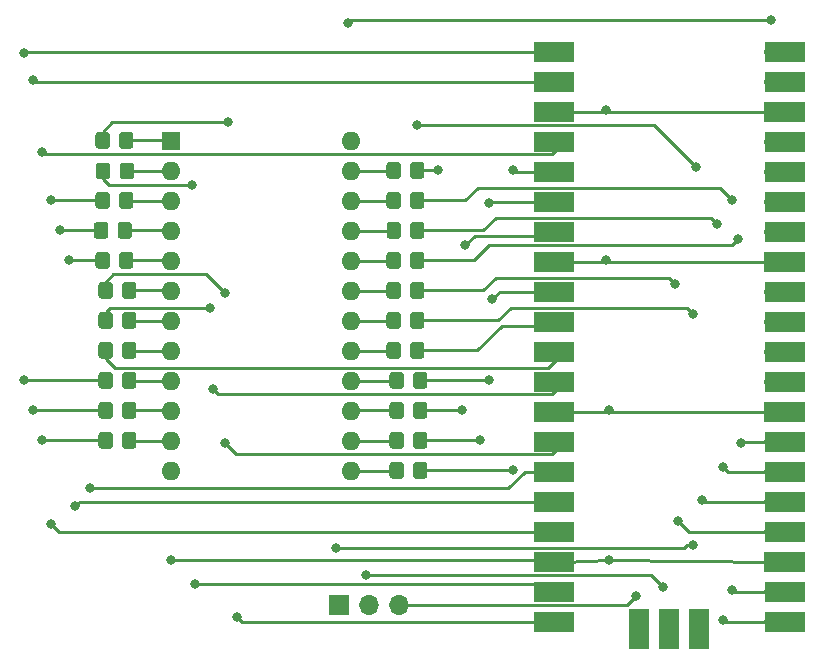
<source format=gbr>
G04 #@! TF.GenerationSoftware,KiCad,Pcbnew,5.1.5+dfsg1-2build2*
G04 #@! TF.CreationDate,2023-01-08T20:57:23+00:00*
G04 #@! TF.ProjectId,rom-reader,726f6d2d-7265-4616-9465-722e6b696361,rev?*
G04 #@! TF.SameCoordinates,Original*
G04 #@! TF.FileFunction,Copper,L1,Top*
G04 #@! TF.FilePolarity,Positive*
%FSLAX46Y46*%
G04 Gerber Fmt 4.6, Leading zero omitted, Abs format (unit mm)*
G04 Created by KiCad (PCBNEW 5.1.5+dfsg1-2build2) date 2023-01-08 20:57:23*
%MOMM*%
%LPD*%
G04 APERTURE LIST*
%ADD10O,1.700000X1.700000*%
%ADD11R,1.700000X1.700000*%
%ADD12R,1.700000X3.500000*%
%ADD13R,3.500000X1.700000*%
%ADD14O,1.600000X1.600000*%
%ADD15R,1.600000X1.600000*%
%ADD16C,0.100000*%
%ADD17C,0.800000*%
%ADD18C,0.250000*%
G04 APERTURE END LIST*
D10*
X34290000Y-34544000D03*
X31750000Y-34544000D03*
D11*
X29210000Y-34544000D03*
D10*
X59690000Y-35685600D03*
D12*
X59690000Y-36585600D03*
D11*
X57150000Y-35685600D03*
D12*
X57150000Y-36585600D03*
D10*
X54610000Y-35685600D03*
D12*
X54610000Y-36585600D03*
D13*
X66940000Y-35915600D03*
X66940000Y-33375600D03*
X66940000Y-30835600D03*
X66940000Y-28295600D03*
X66940000Y-25755600D03*
X66940000Y-23215600D03*
X66940000Y-20675600D03*
X66940000Y-18135600D03*
X66940000Y-15595600D03*
X66940000Y-13055600D03*
X66940000Y-10515600D03*
X66940000Y-7975600D03*
X66940000Y-5435600D03*
X66940000Y-2895600D03*
X66940000Y-355600D03*
X66940000Y2184400D03*
X66940000Y4724400D03*
X66940000Y7264400D03*
X66940000Y9804400D03*
X66940000Y12344400D03*
X47360000Y-35915600D03*
X47360000Y-33375600D03*
X47360000Y-30835600D03*
X47360000Y-28295600D03*
X47360000Y-25755600D03*
X47360000Y-23215600D03*
X47360000Y-20675600D03*
X47360000Y-18135600D03*
X47360000Y-15595600D03*
X47360000Y-13055600D03*
X47360000Y-10515600D03*
X47360000Y-7975600D03*
X47360000Y-5435600D03*
X47360000Y-2895600D03*
X47360000Y-355600D03*
X47360000Y2184400D03*
X47360000Y4724400D03*
X47360000Y7264400D03*
X47360000Y9804400D03*
X47360000Y12344400D03*
D10*
X66040000Y12344400D03*
X66040000Y9804400D03*
D11*
X66040000Y7264400D03*
D10*
X66040000Y4724400D03*
X66040000Y2184400D03*
X66040000Y-355600D03*
X66040000Y-2895600D03*
D11*
X66040000Y-5435600D03*
D10*
X66040000Y-7975600D03*
X66040000Y-10515600D03*
X66040000Y-13055600D03*
X66040000Y-15595600D03*
D11*
X66040000Y-18135600D03*
D10*
X66040000Y-20675600D03*
X66040000Y-23215600D03*
X66040000Y-25755600D03*
X66040000Y-28295600D03*
D11*
X66040000Y-30835600D03*
D10*
X66040000Y-33375600D03*
X66040000Y-35915600D03*
X48260000Y-35915600D03*
X48260000Y-33375600D03*
D11*
X48260000Y-30835600D03*
D10*
X48260000Y-28295600D03*
X48260000Y-25755600D03*
X48260000Y-23215600D03*
X48260000Y-20675600D03*
D11*
X48260000Y-18135600D03*
D10*
X48260000Y-15595600D03*
X48260000Y-13055600D03*
X48260000Y-10515600D03*
X48260000Y-7975600D03*
D11*
X48260000Y-5435600D03*
D10*
X48260000Y-2895600D03*
X48260000Y-355600D03*
X48260000Y2184400D03*
X48260000Y4724400D03*
D11*
X48260000Y7264400D03*
D10*
X48260000Y9804400D03*
X48260000Y12344400D03*
D14*
X30183401Y4774999D03*
X14943401Y-23165001D03*
X30183401Y2234999D03*
X14943401Y-20625001D03*
X30183401Y-305001D03*
X14943401Y-18085001D03*
X30183401Y-2845001D03*
X14943401Y-15545001D03*
X30183401Y-5385001D03*
X14943401Y-13005001D03*
X30183401Y-7925001D03*
X14943401Y-10465001D03*
X30183401Y-10465001D03*
X14943401Y-7925001D03*
X30183401Y-13005001D03*
X14943401Y-5385001D03*
X30183401Y-15545001D03*
X14943401Y-2845001D03*
X30183401Y-18085001D03*
X14943401Y-305001D03*
X30183401Y-20625001D03*
X14943401Y2234999D03*
X30183401Y-23165001D03*
D15*
X14943401Y4774999D03*
G04 #@! TA.AperFunction,SMDPad,CuDef*
D16*
G36*
X34426505Y-22415204D02*
G01*
X34450773Y-22418804D01*
X34474572Y-22424765D01*
X34497671Y-22433030D01*
X34519850Y-22443520D01*
X34540893Y-22456132D01*
X34560599Y-22470747D01*
X34578777Y-22487223D01*
X34595253Y-22505401D01*
X34609868Y-22525107D01*
X34622480Y-22546150D01*
X34632970Y-22568329D01*
X34641235Y-22591428D01*
X34647196Y-22615227D01*
X34650796Y-22639495D01*
X34652000Y-22663999D01*
X34652000Y-23564001D01*
X34650796Y-23588505D01*
X34647196Y-23612773D01*
X34641235Y-23636572D01*
X34632970Y-23659671D01*
X34622480Y-23681850D01*
X34609868Y-23702893D01*
X34595253Y-23722599D01*
X34578777Y-23740777D01*
X34560599Y-23757253D01*
X34540893Y-23771868D01*
X34519850Y-23784480D01*
X34497671Y-23794970D01*
X34474572Y-23803235D01*
X34450773Y-23809196D01*
X34426505Y-23812796D01*
X34402001Y-23814000D01*
X33701999Y-23814000D01*
X33677495Y-23812796D01*
X33653227Y-23809196D01*
X33629428Y-23803235D01*
X33606329Y-23794970D01*
X33584150Y-23784480D01*
X33563107Y-23771868D01*
X33543401Y-23757253D01*
X33525223Y-23740777D01*
X33508747Y-23722599D01*
X33494132Y-23702893D01*
X33481520Y-23681850D01*
X33471030Y-23659671D01*
X33462765Y-23636572D01*
X33456804Y-23612773D01*
X33453204Y-23588505D01*
X33452000Y-23564001D01*
X33452000Y-22663999D01*
X33453204Y-22639495D01*
X33456804Y-22615227D01*
X33462765Y-22591428D01*
X33471030Y-22568329D01*
X33481520Y-22546150D01*
X33494132Y-22525107D01*
X33508747Y-22505401D01*
X33525223Y-22487223D01*
X33543401Y-22470747D01*
X33563107Y-22456132D01*
X33584150Y-22443520D01*
X33606329Y-22433030D01*
X33629428Y-22424765D01*
X33653227Y-22418804D01*
X33677495Y-22415204D01*
X33701999Y-22414000D01*
X34402001Y-22414000D01*
X34426505Y-22415204D01*
G37*
G04 #@! TD.AperFunction*
G04 #@! TA.AperFunction,SMDPad,CuDef*
G36*
X36426505Y-22415204D02*
G01*
X36450773Y-22418804D01*
X36474572Y-22424765D01*
X36497671Y-22433030D01*
X36519850Y-22443520D01*
X36540893Y-22456132D01*
X36560599Y-22470747D01*
X36578777Y-22487223D01*
X36595253Y-22505401D01*
X36609868Y-22525107D01*
X36622480Y-22546150D01*
X36632970Y-22568329D01*
X36641235Y-22591428D01*
X36647196Y-22615227D01*
X36650796Y-22639495D01*
X36652000Y-22663999D01*
X36652000Y-23564001D01*
X36650796Y-23588505D01*
X36647196Y-23612773D01*
X36641235Y-23636572D01*
X36632970Y-23659671D01*
X36622480Y-23681850D01*
X36609868Y-23702893D01*
X36595253Y-23722599D01*
X36578777Y-23740777D01*
X36560599Y-23757253D01*
X36540893Y-23771868D01*
X36519850Y-23784480D01*
X36497671Y-23794970D01*
X36474572Y-23803235D01*
X36450773Y-23809196D01*
X36426505Y-23812796D01*
X36402001Y-23814000D01*
X35701999Y-23814000D01*
X35677495Y-23812796D01*
X35653227Y-23809196D01*
X35629428Y-23803235D01*
X35606329Y-23794970D01*
X35584150Y-23784480D01*
X35563107Y-23771868D01*
X35543401Y-23757253D01*
X35525223Y-23740777D01*
X35508747Y-23722599D01*
X35494132Y-23702893D01*
X35481520Y-23681850D01*
X35471030Y-23659671D01*
X35462765Y-23636572D01*
X35456804Y-23612773D01*
X35453204Y-23588505D01*
X35452000Y-23564001D01*
X35452000Y-22663999D01*
X35453204Y-22639495D01*
X35456804Y-22615227D01*
X35462765Y-22591428D01*
X35471030Y-22568329D01*
X35481520Y-22546150D01*
X35494132Y-22525107D01*
X35508747Y-22505401D01*
X35525223Y-22487223D01*
X35543401Y-22470747D01*
X35563107Y-22456132D01*
X35584150Y-22443520D01*
X35606329Y-22433030D01*
X35629428Y-22424765D01*
X35653227Y-22418804D01*
X35677495Y-22415204D01*
X35701999Y-22414000D01*
X36402001Y-22414000D01*
X36426505Y-22415204D01*
G37*
G04 #@! TD.AperFunction*
G04 #@! TA.AperFunction,SMDPad,CuDef*
G36*
X34426505Y-19875204D02*
G01*
X34450773Y-19878804D01*
X34474572Y-19884765D01*
X34497671Y-19893030D01*
X34519850Y-19903520D01*
X34540893Y-19916132D01*
X34560599Y-19930747D01*
X34578777Y-19947223D01*
X34595253Y-19965401D01*
X34609868Y-19985107D01*
X34622480Y-20006150D01*
X34632970Y-20028329D01*
X34641235Y-20051428D01*
X34647196Y-20075227D01*
X34650796Y-20099495D01*
X34652000Y-20123999D01*
X34652000Y-21024001D01*
X34650796Y-21048505D01*
X34647196Y-21072773D01*
X34641235Y-21096572D01*
X34632970Y-21119671D01*
X34622480Y-21141850D01*
X34609868Y-21162893D01*
X34595253Y-21182599D01*
X34578777Y-21200777D01*
X34560599Y-21217253D01*
X34540893Y-21231868D01*
X34519850Y-21244480D01*
X34497671Y-21254970D01*
X34474572Y-21263235D01*
X34450773Y-21269196D01*
X34426505Y-21272796D01*
X34402001Y-21274000D01*
X33701999Y-21274000D01*
X33677495Y-21272796D01*
X33653227Y-21269196D01*
X33629428Y-21263235D01*
X33606329Y-21254970D01*
X33584150Y-21244480D01*
X33563107Y-21231868D01*
X33543401Y-21217253D01*
X33525223Y-21200777D01*
X33508747Y-21182599D01*
X33494132Y-21162893D01*
X33481520Y-21141850D01*
X33471030Y-21119671D01*
X33462765Y-21096572D01*
X33456804Y-21072773D01*
X33453204Y-21048505D01*
X33452000Y-21024001D01*
X33452000Y-20123999D01*
X33453204Y-20099495D01*
X33456804Y-20075227D01*
X33462765Y-20051428D01*
X33471030Y-20028329D01*
X33481520Y-20006150D01*
X33494132Y-19985107D01*
X33508747Y-19965401D01*
X33525223Y-19947223D01*
X33543401Y-19930747D01*
X33563107Y-19916132D01*
X33584150Y-19903520D01*
X33606329Y-19893030D01*
X33629428Y-19884765D01*
X33653227Y-19878804D01*
X33677495Y-19875204D01*
X33701999Y-19874000D01*
X34402001Y-19874000D01*
X34426505Y-19875204D01*
G37*
G04 #@! TD.AperFunction*
G04 #@! TA.AperFunction,SMDPad,CuDef*
G36*
X36426505Y-19875204D02*
G01*
X36450773Y-19878804D01*
X36474572Y-19884765D01*
X36497671Y-19893030D01*
X36519850Y-19903520D01*
X36540893Y-19916132D01*
X36560599Y-19930747D01*
X36578777Y-19947223D01*
X36595253Y-19965401D01*
X36609868Y-19985107D01*
X36622480Y-20006150D01*
X36632970Y-20028329D01*
X36641235Y-20051428D01*
X36647196Y-20075227D01*
X36650796Y-20099495D01*
X36652000Y-20123999D01*
X36652000Y-21024001D01*
X36650796Y-21048505D01*
X36647196Y-21072773D01*
X36641235Y-21096572D01*
X36632970Y-21119671D01*
X36622480Y-21141850D01*
X36609868Y-21162893D01*
X36595253Y-21182599D01*
X36578777Y-21200777D01*
X36560599Y-21217253D01*
X36540893Y-21231868D01*
X36519850Y-21244480D01*
X36497671Y-21254970D01*
X36474572Y-21263235D01*
X36450773Y-21269196D01*
X36426505Y-21272796D01*
X36402001Y-21274000D01*
X35701999Y-21274000D01*
X35677495Y-21272796D01*
X35653227Y-21269196D01*
X35629428Y-21263235D01*
X35606329Y-21254970D01*
X35584150Y-21244480D01*
X35563107Y-21231868D01*
X35543401Y-21217253D01*
X35525223Y-21200777D01*
X35508747Y-21182599D01*
X35494132Y-21162893D01*
X35481520Y-21141850D01*
X35471030Y-21119671D01*
X35462765Y-21096572D01*
X35456804Y-21072773D01*
X35453204Y-21048505D01*
X35452000Y-21024001D01*
X35452000Y-20123999D01*
X35453204Y-20099495D01*
X35456804Y-20075227D01*
X35462765Y-20051428D01*
X35471030Y-20028329D01*
X35481520Y-20006150D01*
X35494132Y-19985107D01*
X35508747Y-19965401D01*
X35525223Y-19947223D01*
X35543401Y-19930747D01*
X35563107Y-19916132D01*
X35584150Y-19903520D01*
X35606329Y-19893030D01*
X35629428Y-19884765D01*
X35653227Y-19878804D01*
X35677495Y-19875204D01*
X35701999Y-19874000D01*
X36402001Y-19874000D01*
X36426505Y-19875204D01*
G37*
G04 #@! TD.AperFunction*
G04 #@! TA.AperFunction,SMDPad,CuDef*
G36*
X34426505Y-17335204D02*
G01*
X34450773Y-17338804D01*
X34474572Y-17344765D01*
X34497671Y-17353030D01*
X34519850Y-17363520D01*
X34540893Y-17376132D01*
X34560599Y-17390747D01*
X34578777Y-17407223D01*
X34595253Y-17425401D01*
X34609868Y-17445107D01*
X34622480Y-17466150D01*
X34632970Y-17488329D01*
X34641235Y-17511428D01*
X34647196Y-17535227D01*
X34650796Y-17559495D01*
X34652000Y-17583999D01*
X34652000Y-18484001D01*
X34650796Y-18508505D01*
X34647196Y-18532773D01*
X34641235Y-18556572D01*
X34632970Y-18579671D01*
X34622480Y-18601850D01*
X34609868Y-18622893D01*
X34595253Y-18642599D01*
X34578777Y-18660777D01*
X34560599Y-18677253D01*
X34540893Y-18691868D01*
X34519850Y-18704480D01*
X34497671Y-18714970D01*
X34474572Y-18723235D01*
X34450773Y-18729196D01*
X34426505Y-18732796D01*
X34402001Y-18734000D01*
X33701999Y-18734000D01*
X33677495Y-18732796D01*
X33653227Y-18729196D01*
X33629428Y-18723235D01*
X33606329Y-18714970D01*
X33584150Y-18704480D01*
X33563107Y-18691868D01*
X33543401Y-18677253D01*
X33525223Y-18660777D01*
X33508747Y-18642599D01*
X33494132Y-18622893D01*
X33481520Y-18601850D01*
X33471030Y-18579671D01*
X33462765Y-18556572D01*
X33456804Y-18532773D01*
X33453204Y-18508505D01*
X33452000Y-18484001D01*
X33452000Y-17583999D01*
X33453204Y-17559495D01*
X33456804Y-17535227D01*
X33462765Y-17511428D01*
X33471030Y-17488329D01*
X33481520Y-17466150D01*
X33494132Y-17445107D01*
X33508747Y-17425401D01*
X33525223Y-17407223D01*
X33543401Y-17390747D01*
X33563107Y-17376132D01*
X33584150Y-17363520D01*
X33606329Y-17353030D01*
X33629428Y-17344765D01*
X33653227Y-17338804D01*
X33677495Y-17335204D01*
X33701999Y-17334000D01*
X34402001Y-17334000D01*
X34426505Y-17335204D01*
G37*
G04 #@! TD.AperFunction*
G04 #@! TA.AperFunction,SMDPad,CuDef*
G36*
X36426505Y-17335204D02*
G01*
X36450773Y-17338804D01*
X36474572Y-17344765D01*
X36497671Y-17353030D01*
X36519850Y-17363520D01*
X36540893Y-17376132D01*
X36560599Y-17390747D01*
X36578777Y-17407223D01*
X36595253Y-17425401D01*
X36609868Y-17445107D01*
X36622480Y-17466150D01*
X36632970Y-17488329D01*
X36641235Y-17511428D01*
X36647196Y-17535227D01*
X36650796Y-17559495D01*
X36652000Y-17583999D01*
X36652000Y-18484001D01*
X36650796Y-18508505D01*
X36647196Y-18532773D01*
X36641235Y-18556572D01*
X36632970Y-18579671D01*
X36622480Y-18601850D01*
X36609868Y-18622893D01*
X36595253Y-18642599D01*
X36578777Y-18660777D01*
X36560599Y-18677253D01*
X36540893Y-18691868D01*
X36519850Y-18704480D01*
X36497671Y-18714970D01*
X36474572Y-18723235D01*
X36450773Y-18729196D01*
X36426505Y-18732796D01*
X36402001Y-18734000D01*
X35701999Y-18734000D01*
X35677495Y-18732796D01*
X35653227Y-18729196D01*
X35629428Y-18723235D01*
X35606329Y-18714970D01*
X35584150Y-18704480D01*
X35563107Y-18691868D01*
X35543401Y-18677253D01*
X35525223Y-18660777D01*
X35508747Y-18642599D01*
X35494132Y-18622893D01*
X35481520Y-18601850D01*
X35471030Y-18579671D01*
X35462765Y-18556572D01*
X35456804Y-18532773D01*
X35453204Y-18508505D01*
X35452000Y-18484001D01*
X35452000Y-17583999D01*
X35453204Y-17559495D01*
X35456804Y-17535227D01*
X35462765Y-17511428D01*
X35471030Y-17488329D01*
X35481520Y-17466150D01*
X35494132Y-17445107D01*
X35508747Y-17425401D01*
X35525223Y-17407223D01*
X35543401Y-17390747D01*
X35563107Y-17376132D01*
X35584150Y-17363520D01*
X35606329Y-17353030D01*
X35629428Y-17344765D01*
X35653227Y-17338804D01*
X35677495Y-17335204D01*
X35701999Y-17334000D01*
X36402001Y-17334000D01*
X36426505Y-17335204D01*
G37*
G04 #@! TD.AperFunction*
G04 #@! TA.AperFunction,SMDPad,CuDef*
G36*
X34426505Y-14795204D02*
G01*
X34450773Y-14798804D01*
X34474572Y-14804765D01*
X34497671Y-14813030D01*
X34519850Y-14823520D01*
X34540893Y-14836132D01*
X34560599Y-14850747D01*
X34578777Y-14867223D01*
X34595253Y-14885401D01*
X34609868Y-14905107D01*
X34622480Y-14926150D01*
X34632970Y-14948329D01*
X34641235Y-14971428D01*
X34647196Y-14995227D01*
X34650796Y-15019495D01*
X34652000Y-15043999D01*
X34652000Y-15944001D01*
X34650796Y-15968505D01*
X34647196Y-15992773D01*
X34641235Y-16016572D01*
X34632970Y-16039671D01*
X34622480Y-16061850D01*
X34609868Y-16082893D01*
X34595253Y-16102599D01*
X34578777Y-16120777D01*
X34560599Y-16137253D01*
X34540893Y-16151868D01*
X34519850Y-16164480D01*
X34497671Y-16174970D01*
X34474572Y-16183235D01*
X34450773Y-16189196D01*
X34426505Y-16192796D01*
X34402001Y-16194000D01*
X33701999Y-16194000D01*
X33677495Y-16192796D01*
X33653227Y-16189196D01*
X33629428Y-16183235D01*
X33606329Y-16174970D01*
X33584150Y-16164480D01*
X33563107Y-16151868D01*
X33543401Y-16137253D01*
X33525223Y-16120777D01*
X33508747Y-16102599D01*
X33494132Y-16082893D01*
X33481520Y-16061850D01*
X33471030Y-16039671D01*
X33462765Y-16016572D01*
X33456804Y-15992773D01*
X33453204Y-15968505D01*
X33452000Y-15944001D01*
X33452000Y-15043999D01*
X33453204Y-15019495D01*
X33456804Y-14995227D01*
X33462765Y-14971428D01*
X33471030Y-14948329D01*
X33481520Y-14926150D01*
X33494132Y-14905107D01*
X33508747Y-14885401D01*
X33525223Y-14867223D01*
X33543401Y-14850747D01*
X33563107Y-14836132D01*
X33584150Y-14823520D01*
X33606329Y-14813030D01*
X33629428Y-14804765D01*
X33653227Y-14798804D01*
X33677495Y-14795204D01*
X33701999Y-14794000D01*
X34402001Y-14794000D01*
X34426505Y-14795204D01*
G37*
G04 #@! TD.AperFunction*
G04 #@! TA.AperFunction,SMDPad,CuDef*
G36*
X36426505Y-14795204D02*
G01*
X36450773Y-14798804D01*
X36474572Y-14804765D01*
X36497671Y-14813030D01*
X36519850Y-14823520D01*
X36540893Y-14836132D01*
X36560599Y-14850747D01*
X36578777Y-14867223D01*
X36595253Y-14885401D01*
X36609868Y-14905107D01*
X36622480Y-14926150D01*
X36632970Y-14948329D01*
X36641235Y-14971428D01*
X36647196Y-14995227D01*
X36650796Y-15019495D01*
X36652000Y-15043999D01*
X36652000Y-15944001D01*
X36650796Y-15968505D01*
X36647196Y-15992773D01*
X36641235Y-16016572D01*
X36632970Y-16039671D01*
X36622480Y-16061850D01*
X36609868Y-16082893D01*
X36595253Y-16102599D01*
X36578777Y-16120777D01*
X36560599Y-16137253D01*
X36540893Y-16151868D01*
X36519850Y-16164480D01*
X36497671Y-16174970D01*
X36474572Y-16183235D01*
X36450773Y-16189196D01*
X36426505Y-16192796D01*
X36402001Y-16194000D01*
X35701999Y-16194000D01*
X35677495Y-16192796D01*
X35653227Y-16189196D01*
X35629428Y-16183235D01*
X35606329Y-16174970D01*
X35584150Y-16164480D01*
X35563107Y-16151868D01*
X35543401Y-16137253D01*
X35525223Y-16120777D01*
X35508747Y-16102599D01*
X35494132Y-16082893D01*
X35481520Y-16061850D01*
X35471030Y-16039671D01*
X35462765Y-16016572D01*
X35456804Y-15992773D01*
X35453204Y-15968505D01*
X35452000Y-15944001D01*
X35452000Y-15043999D01*
X35453204Y-15019495D01*
X35456804Y-14995227D01*
X35462765Y-14971428D01*
X35471030Y-14948329D01*
X35481520Y-14926150D01*
X35494132Y-14905107D01*
X35508747Y-14885401D01*
X35525223Y-14867223D01*
X35543401Y-14850747D01*
X35563107Y-14836132D01*
X35584150Y-14823520D01*
X35606329Y-14813030D01*
X35629428Y-14804765D01*
X35653227Y-14798804D01*
X35677495Y-14795204D01*
X35701999Y-14794000D01*
X36402001Y-14794000D01*
X36426505Y-14795204D01*
G37*
G04 #@! TD.AperFunction*
G04 #@! TA.AperFunction,SMDPad,CuDef*
G36*
X34172505Y-12255204D02*
G01*
X34196773Y-12258804D01*
X34220572Y-12264765D01*
X34243671Y-12273030D01*
X34265850Y-12283520D01*
X34286893Y-12296132D01*
X34306599Y-12310747D01*
X34324777Y-12327223D01*
X34341253Y-12345401D01*
X34355868Y-12365107D01*
X34368480Y-12386150D01*
X34378970Y-12408329D01*
X34387235Y-12431428D01*
X34393196Y-12455227D01*
X34396796Y-12479495D01*
X34398000Y-12503999D01*
X34398000Y-13404001D01*
X34396796Y-13428505D01*
X34393196Y-13452773D01*
X34387235Y-13476572D01*
X34378970Y-13499671D01*
X34368480Y-13521850D01*
X34355868Y-13542893D01*
X34341253Y-13562599D01*
X34324777Y-13580777D01*
X34306599Y-13597253D01*
X34286893Y-13611868D01*
X34265850Y-13624480D01*
X34243671Y-13634970D01*
X34220572Y-13643235D01*
X34196773Y-13649196D01*
X34172505Y-13652796D01*
X34148001Y-13654000D01*
X33447999Y-13654000D01*
X33423495Y-13652796D01*
X33399227Y-13649196D01*
X33375428Y-13643235D01*
X33352329Y-13634970D01*
X33330150Y-13624480D01*
X33309107Y-13611868D01*
X33289401Y-13597253D01*
X33271223Y-13580777D01*
X33254747Y-13562599D01*
X33240132Y-13542893D01*
X33227520Y-13521850D01*
X33217030Y-13499671D01*
X33208765Y-13476572D01*
X33202804Y-13452773D01*
X33199204Y-13428505D01*
X33198000Y-13404001D01*
X33198000Y-12503999D01*
X33199204Y-12479495D01*
X33202804Y-12455227D01*
X33208765Y-12431428D01*
X33217030Y-12408329D01*
X33227520Y-12386150D01*
X33240132Y-12365107D01*
X33254747Y-12345401D01*
X33271223Y-12327223D01*
X33289401Y-12310747D01*
X33309107Y-12296132D01*
X33330150Y-12283520D01*
X33352329Y-12273030D01*
X33375428Y-12264765D01*
X33399227Y-12258804D01*
X33423495Y-12255204D01*
X33447999Y-12254000D01*
X34148001Y-12254000D01*
X34172505Y-12255204D01*
G37*
G04 #@! TD.AperFunction*
G04 #@! TA.AperFunction,SMDPad,CuDef*
G36*
X36172505Y-12255204D02*
G01*
X36196773Y-12258804D01*
X36220572Y-12264765D01*
X36243671Y-12273030D01*
X36265850Y-12283520D01*
X36286893Y-12296132D01*
X36306599Y-12310747D01*
X36324777Y-12327223D01*
X36341253Y-12345401D01*
X36355868Y-12365107D01*
X36368480Y-12386150D01*
X36378970Y-12408329D01*
X36387235Y-12431428D01*
X36393196Y-12455227D01*
X36396796Y-12479495D01*
X36398000Y-12503999D01*
X36398000Y-13404001D01*
X36396796Y-13428505D01*
X36393196Y-13452773D01*
X36387235Y-13476572D01*
X36378970Y-13499671D01*
X36368480Y-13521850D01*
X36355868Y-13542893D01*
X36341253Y-13562599D01*
X36324777Y-13580777D01*
X36306599Y-13597253D01*
X36286893Y-13611868D01*
X36265850Y-13624480D01*
X36243671Y-13634970D01*
X36220572Y-13643235D01*
X36196773Y-13649196D01*
X36172505Y-13652796D01*
X36148001Y-13654000D01*
X35447999Y-13654000D01*
X35423495Y-13652796D01*
X35399227Y-13649196D01*
X35375428Y-13643235D01*
X35352329Y-13634970D01*
X35330150Y-13624480D01*
X35309107Y-13611868D01*
X35289401Y-13597253D01*
X35271223Y-13580777D01*
X35254747Y-13562599D01*
X35240132Y-13542893D01*
X35227520Y-13521850D01*
X35217030Y-13499671D01*
X35208765Y-13476572D01*
X35202804Y-13452773D01*
X35199204Y-13428505D01*
X35198000Y-13404001D01*
X35198000Y-12503999D01*
X35199204Y-12479495D01*
X35202804Y-12455227D01*
X35208765Y-12431428D01*
X35217030Y-12408329D01*
X35227520Y-12386150D01*
X35240132Y-12365107D01*
X35254747Y-12345401D01*
X35271223Y-12327223D01*
X35289401Y-12310747D01*
X35309107Y-12296132D01*
X35330150Y-12283520D01*
X35352329Y-12273030D01*
X35375428Y-12264765D01*
X35399227Y-12258804D01*
X35423495Y-12255204D01*
X35447999Y-12254000D01*
X36148001Y-12254000D01*
X36172505Y-12255204D01*
G37*
G04 #@! TD.AperFunction*
G04 #@! TA.AperFunction,SMDPad,CuDef*
G36*
X34172505Y-9715204D02*
G01*
X34196773Y-9718804D01*
X34220572Y-9724765D01*
X34243671Y-9733030D01*
X34265850Y-9743520D01*
X34286893Y-9756132D01*
X34306599Y-9770747D01*
X34324777Y-9787223D01*
X34341253Y-9805401D01*
X34355868Y-9825107D01*
X34368480Y-9846150D01*
X34378970Y-9868329D01*
X34387235Y-9891428D01*
X34393196Y-9915227D01*
X34396796Y-9939495D01*
X34398000Y-9963999D01*
X34398000Y-10864001D01*
X34396796Y-10888505D01*
X34393196Y-10912773D01*
X34387235Y-10936572D01*
X34378970Y-10959671D01*
X34368480Y-10981850D01*
X34355868Y-11002893D01*
X34341253Y-11022599D01*
X34324777Y-11040777D01*
X34306599Y-11057253D01*
X34286893Y-11071868D01*
X34265850Y-11084480D01*
X34243671Y-11094970D01*
X34220572Y-11103235D01*
X34196773Y-11109196D01*
X34172505Y-11112796D01*
X34148001Y-11114000D01*
X33447999Y-11114000D01*
X33423495Y-11112796D01*
X33399227Y-11109196D01*
X33375428Y-11103235D01*
X33352329Y-11094970D01*
X33330150Y-11084480D01*
X33309107Y-11071868D01*
X33289401Y-11057253D01*
X33271223Y-11040777D01*
X33254747Y-11022599D01*
X33240132Y-11002893D01*
X33227520Y-10981850D01*
X33217030Y-10959671D01*
X33208765Y-10936572D01*
X33202804Y-10912773D01*
X33199204Y-10888505D01*
X33198000Y-10864001D01*
X33198000Y-9963999D01*
X33199204Y-9939495D01*
X33202804Y-9915227D01*
X33208765Y-9891428D01*
X33217030Y-9868329D01*
X33227520Y-9846150D01*
X33240132Y-9825107D01*
X33254747Y-9805401D01*
X33271223Y-9787223D01*
X33289401Y-9770747D01*
X33309107Y-9756132D01*
X33330150Y-9743520D01*
X33352329Y-9733030D01*
X33375428Y-9724765D01*
X33399227Y-9718804D01*
X33423495Y-9715204D01*
X33447999Y-9714000D01*
X34148001Y-9714000D01*
X34172505Y-9715204D01*
G37*
G04 #@! TD.AperFunction*
G04 #@! TA.AperFunction,SMDPad,CuDef*
G36*
X36172505Y-9715204D02*
G01*
X36196773Y-9718804D01*
X36220572Y-9724765D01*
X36243671Y-9733030D01*
X36265850Y-9743520D01*
X36286893Y-9756132D01*
X36306599Y-9770747D01*
X36324777Y-9787223D01*
X36341253Y-9805401D01*
X36355868Y-9825107D01*
X36368480Y-9846150D01*
X36378970Y-9868329D01*
X36387235Y-9891428D01*
X36393196Y-9915227D01*
X36396796Y-9939495D01*
X36398000Y-9963999D01*
X36398000Y-10864001D01*
X36396796Y-10888505D01*
X36393196Y-10912773D01*
X36387235Y-10936572D01*
X36378970Y-10959671D01*
X36368480Y-10981850D01*
X36355868Y-11002893D01*
X36341253Y-11022599D01*
X36324777Y-11040777D01*
X36306599Y-11057253D01*
X36286893Y-11071868D01*
X36265850Y-11084480D01*
X36243671Y-11094970D01*
X36220572Y-11103235D01*
X36196773Y-11109196D01*
X36172505Y-11112796D01*
X36148001Y-11114000D01*
X35447999Y-11114000D01*
X35423495Y-11112796D01*
X35399227Y-11109196D01*
X35375428Y-11103235D01*
X35352329Y-11094970D01*
X35330150Y-11084480D01*
X35309107Y-11071868D01*
X35289401Y-11057253D01*
X35271223Y-11040777D01*
X35254747Y-11022599D01*
X35240132Y-11002893D01*
X35227520Y-10981850D01*
X35217030Y-10959671D01*
X35208765Y-10936572D01*
X35202804Y-10912773D01*
X35199204Y-10888505D01*
X35198000Y-10864001D01*
X35198000Y-9963999D01*
X35199204Y-9939495D01*
X35202804Y-9915227D01*
X35208765Y-9891428D01*
X35217030Y-9868329D01*
X35227520Y-9846150D01*
X35240132Y-9825107D01*
X35254747Y-9805401D01*
X35271223Y-9787223D01*
X35289401Y-9770747D01*
X35309107Y-9756132D01*
X35330150Y-9743520D01*
X35352329Y-9733030D01*
X35375428Y-9724765D01*
X35399227Y-9718804D01*
X35423495Y-9715204D01*
X35447999Y-9714000D01*
X36148001Y-9714000D01*
X36172505Y-9715204D01*
G37*
G04 #@! TD.AperFunction*
G04 #@! TA.AperFunction,SMDPad,CuDef*
G36*
X34172505Y-7175204D02*
G01*
X34196773Y-7178804D01*
X34220572Y-7184765D01*
X34243671Y-7193030D01*
X34265850Y-7203520D01*
X34286893Y-7216132D01*
X34306599Y-7230747D01*
X34324777Y-7247223D01*
X34341253Y-7265401D01*
X34355868Y-7285107D01*
X34368480Y-7306150D01*
X34378970Y-7328329D01*
X34387235Y-7351428D01*
X34393196Y-7375227D01*
X34396796Y-7399495D01*
X34398000Y-7423999D01*
X34398000Y-8324001D01*
X34396796Y-8348505D01*
X34393196Y-8372773D01*
X34387235Y-8396572D01*
X34378970Y-8419671D01*
X34368480Y-8441850D01*
X34355868Y-8462893D01*
X34341253Y-8482599D01*
X34324777Y-8500777D01*
X34306599Y-8517253D01*
X34286893Y-8531868D01*
X34265850Y-8544480D01*
X34243671Y-8554970D01*
X34220572Y-8563235D01*
X34196773Y-8569196D01*
X34172505Y-8572796D01*
X34148001Y-8574000D01*
X33447999Y-8574000D01*
X33423495Y-8572796D01*
X33399227Y-8569196D01*
X33375428Y-8563235D01*
X33352329Y-8554970D01*
X33330150Y-8544480D01*
X33309107Y-8531868D01*
X33289401Y-8517253D01*
X33271223Y-8500777D01*
X33254747Y-8482599D01*
X33240132Y-8462893D01*
X33227520Y-8441850D01*
X33217030Y-8419671D01*
X33208765Y-8396572D01*
X33202804Y-8372773D01*
X33199204Y-8348505D01*
X33198000Y-8324001D01*
X33198000Y-7423999D01*
X33199204Y-7399495D01*
X33202804Y-7375227D01*
X33208765Y-7351428D01*
X33217030Y-7328329D01*
X33227520Y-7306150D01*
X33240132Y-7285107D01*
X33254747Y-7265401D01*
X33271223Y-7247223D01*
X33289401Y-7230747D01*
X33309107Y-7216132D01*
X33330150Y-7203520D01*
X33352329Y-7193030D01*
X33375428Y-7184765D01*
X33399227Y-7178804D01*
X33423495Y-7175204D01*
X33447999Y-7174000D01*
X34148001Y-7174000D01*
X34172505Y-7175204D01*
G37*
G04 #@! TD.AperFunction*
G04 #@! TA.AperFunction,SMDPad,CuDef*
G36*
X36172505Y-7175204D02*
G01*
X36196773Y-7178804D01*
X36220572Y-7184765D01*
X36243671Y-7193030D01*
X36265850Y-7203520D01*
X36286893Y-7216132D01*
X36306599Y-7230747D01*
X36324777Y-7247223D01*
X36341253Y-7265401D01*
X36355868Y-7285107D01*
X36368480Y-7306150D01*
X36378970Y-7328329D01*
X36387235Y-7351428D01*
X36393196Y-7375227D01*
X36396796Y-7399495D01*
X36398000Y-7423999D01*
X36398000Y-8324001D01*
X36396796Y-8348505D01*
X36393196Y-8372773D01*
X36387235Y-8396572D01*
X36378970Y-8419671D01*
X36368480Y-8441850D01*
X36355868Y-8462893D01*
X36341253Y-8482599D01*
X36324777Y-8500777D01*
X36306599Y-8517253D01*
X36286893Y-8531868D01*
X36265850Y-8544480D01*
X36243671Y-8554970D01*
X36220572Y-8563235D01*
X36196773Y-8569196D01*
X36172505Y-8572796D01*
X36148001Y-8574000D01*
X35447999Y-8574000D01*
X35423495Y-8572796D01*
X35399227Y-8569196D01*
X35375428Y-8563235D01*
X35352329Y-8554970D01*
X35330150Y-8544480D01*
X35309107Y-8531868D01*
X35289401Y-8517253D01*
X35271223Y-8500777D01*
X35254747Y-8482599D01*
X35240132Y-8462893D01*
X35227520Y-8441850D01*
X35217030Y-8419671D01*
X35208765Y-8396572D01*
X35202804Y-8372773D01*
X35199204Y-8348505D01*
X35198000Y-8324001D01*
X35198000Y-7423999D01*
X35199204Y-7399495D01*
X35202804Y-7375227D01*
X35208765Y-7351428D01*
X35217030Y-7328329D01*
X35227520Y-7306150D01*
X35240132Y-7285107D01*
X35254747Y-7265401D01*
X35271223Y-7247223D01*
X35289401Y-7230747D01*
X35309107Y-7216132D01*
X35330150Y-7203520D01*
X35352329Y-7193030D01*
X35375428Y-7184765D01*
X35399227Y-7178804D01*
X35423495Y-7175204D01*
X35447999Y-7174000D01*
X36148001Y-7174000D01*
X36172505Y-7175204D01*
G37*
G04 #@! TD.AperFunction*
G04 #@! TA.AperFunction,SMDPad,CuDef*
G36*
X34172505Y-4635204D02*
G01*
X34196773Y-4638804D01*
X34220572Y-4644765D01*
X34243671Y-4653030D01*
X34265850Y-4663520D01*
X34286893Y-4676132D01*
X34306599Y-4690747D01*
X34324777Y-4707223D01*
X34341253Y-4725401D01*
X34355868Y-4745107D01*
X34368480Y-4766150D01*
X34378970Y-4788329D01*
X34387235Y-4811428D01*
X34393196Y-4835227D01*
X34396796Y-4859495D01*
X34398000Y-4883999D01*
X34398000Y-5784001D01*
X34396796Y-5808505D01*
X34393196Y-5832773D01*
X34387235Y-5856572D01*
X34378970Y-5879671D01*
X34368480Y-5901850D01*
X34355868Y-5922893D01*
X34341253Y-5942599D01*
X34324777Y-5960777D01*
X34306599Y-5977253D01*
X34286893Y-5991868D01*
X34265850Y-6004480D01*
X34243671Y-6014970D01*
X34220572Y-6023235D01*
X34196773Y-6029196D01*
X34172505Y-6032796D01*
X34148001Y-6034000D01*
X33447999Y-6034000D01*
X33423495Y-6032796D01*
X33399227Y-6029196D01*
X33375428Y-6023235D01*
X33352329Y-6014970D01*
X33330150Y-6004480D01*
X33309107Y-5991868D01*
X33289401Y-5977253D01*
X33271223Y-5960777D01*
X33254747Y-5942599D01*
X33240132Y-5922893D01*
X33227520Y-5901850D01*
X33217030Y-5879671D01*
X33208765Y-5856572D01*
X33202804Y-5832773D01*
X33199204Y-5808505D01*
X33198000Y-5784001D01*
X33198000Y-4883999D01*
X33199204Y-4859495D01*
X33202804Y-4835227D01*
X33208765Y-4811428D01*
X33217030Y-4788329D01*
X33227520Y-4766150D01*
X33240132Y-4745107D01*
X33254747Y-4725401D01*
X33271223Y-4707223D01*
X33289401Y-4690747D01*
X33309107Y-4676132D01*
X33330150Y-4663520D01*
X33352329Y-4653030D01*
X33375428Y-4644765D01*
X33399227Y-4638804D01*
X33423495Y-4635204D01*
X33447999Y-4634000D01*
X34148001Y-4634000D01*
X34172505Y-4635204D01*
G37*
G04 #@! TD.AperFunction*
G04 #@! TA.AperFunction,SMDPad,CuDef*
G36*
X36172505Y-4635204D02*
G01*
X36196773Y-4638804D01*
X36220572Y-4644765D01*
X36243671Y-4653030D01*
X36265850Y-4663520D01*
X36286893Y-4676132D01*
X36306599Y-4690747D01*
X36324777Y-4707223D01*
X36341253Y-4725401D01*
X36355868Y-4745107D01*
X36368480Y-4766150D01*
X36378970Y-4788329D01*
X36387235Y-4811428D01*
X36393196Y-4835227D01*
X36396796Y-4859495D01*
X36398000Y-4883999D01*
X36398000Y-5784001D01*
X36396796Y-5808505D01*
X36393196Y-5832773D01*
X36387235Y-5856572D01*
X36378970Y-5879671D01*
X36368480Y-5901850D01*
X36355868Y-5922893D01*
X36341253Y-5942599D01*
X36324777Y-5960777D01*
X36306599Y-5977253D01*
X36286893Y-5991868D01*
X36265850Y-6004480D01*
X36243671Y-6014970D01*
X36220572Y-6023235D01*
X36196773Y-6029196D01*
X36172505Y-6032796D01*
X36148001Y-6034000D01*
X35447999Y-6034000D01*
X35423495Y-6032796D01*
X35399227Y-6029196D01*
X35375428Y-6023235D01*
X35352329Y-6014970D01*
X35330150Y-6004480D01*
X35309107Y-5991868D01*
X35289401Y-5977253D01*
X35271223Y-5960777D01*
X35254747Y-5942599D01*
X35240132Y-5922893D01*
X35227520Y-5901850D01*
X35217030Y-5879671D01*
X35208765Y-5856572D01*
X35202804Y-5832773D01*
X35199204Y-5808505D01*
X35198000Y-5784001D01*
X35198000Y-4883999D01*
X35199204Y-4859495D01*
X35202804Y-4835227D01*
X35208765Y-4811428D01*
X35217030Y-4788329D01*
X35227520Y-4766150D01*
X35240132Y-4745107D01*
X35254747Y-4725401D01*
X35271223Y-4707223D01*
X35289401Y-4690747D01*
X35309107Y-4676132D01*
X35330150Y-4663520D01*
X35352329Y-4653030D01*
X35375428Y-4644765D01*
X35399227Y-4638804D01*
X35423495Y-4635204D01*
X35447999Y-4634000D01*
X36148001Y-4634000D01*
X36172505Y-4635204D01*
G37*
G04 #@! TD.AperFunction*
G04 #@! TA.AperFunction,SMDPad,CuDef*
G36*
X34188505Y-2095204D02*
G01*
X34212773Y-2098804D01*
X34236572Y-2104765D01*
X34259671Y-2113030D01*
X34281850Y-2123520D01*
X34302893Y-2136132D01*
X34322599Y-2150747D01*
X34340777Y-2167223D01*
X34357253Y-2185401D01*
X34371868Y-2205107D01*
X34384480Y-2226150D01*
X34394970Y-2248329D01*
X34403235Y-2271428D01*
X34409196Y-2295227D01*
X34412796Y-2319495D01*
X34414000Y-2343999D01*
X34414000Y-3244001D01*
X34412796Y-3268505D01*
X34409196Y-3292773D01*
X34403235Y-3316572D01*
X34394970Y-3339671D01*
X34384480Y-3361850D01*
X34371868Y-3382893D01*
X34357253Y-3402599D01*
X34340777Y-3420777D01*
X34322599Y-3437253D01*
X34302893Y-3451868D01*
X34281850Y-3464480D01*
X34259671Y-3474970D01*
X34236572Y-3483235D01*
X34212773Y-3489196D01*
X34188505Y-3492796D01*
X34164001Y-3494000D01*
X33463999Y-3494000D01*
X33439495Y-3492796D01*
X33415227Y-3489196D01*
X33391428Y-3483235D01*
X33368329Y-3474970D01*
X33346150Y-3464480D01*
X33325107Y-3451868D01*
X33305401Y-3437253D01*
X33287223Y-3420777D01*
X33270747Y-3402599D01*
X33256132Y-3382893D01*
X33243520Y-3361850D01*
X33233030Y-3339671D01*
X33224765Y-3316572D01*
X33218804Y-3292773D01*
X33215204Y-3268505D01*
X33214000Y-3244001D01*
X33214000Y-2343999D01*
X33215204Y-2319495D01*
X33218804Y-2295227D01*
X33224765Y-2271428D01*
X33233030Y-2248329D01*
X33243520Y-2226150D01*
X33256132Y-2205107D01*
X33270747Y-2185401D01*
X33287223Y-2167223D01*
X33305401Y-2150747D01*
X33325107Y-2136132D01*
X33346150Y-2123520D01*
X33368329Y-2113030D01*
X33391428Y-2104765D01*
X33415227Y-2098804D01*
X33439495Y-2095204D01*
X33463999Y-2094000D01*
X34164001Y-2094000D01*
X34188505Y-2095204D01*
G37*
G04 #@! TD.AperFunction*
G04 #@! TA.AperFunction,SMDPad,CuDef*
G36*
X36188505Y-2095204D02*
G01*
X36212773Y-2098804D01*
X36236572Y-2104765D01*
X36259671Y-2113030D01*
X36281850Y-2123520D01*
X36302893Y-2136132D01*
X36322599Y-2150747D01*
X36340777Y-2167223D01*
X36357253Y-2185401D01*
X36371868Y-2205107D01*
X36384480Y-2226150D01*
X36394970Y-2248329D01*
X36403235Y-2271428D01*
X36409196Y-2295227D01*
X36412796Y-2319495D01*
X36414000Y-2343999D01*
X36414000Y-3244001D01*
X36412796Y-3268505D01*
X36409196Y-3292773D01*
X36403235Y-3316572D01*
X36394970Y-3339671D01*
X36384480Y-3361850D01*
X36371868Y-3382893D01*
X36357253Y-3402599D01*
X36340777Y-3420777D01*
X36322599Y-3437253D01*
X36302893Y-3451868D01*
X36281850Y-3464480D01*
X36259671Y-3474970D01*
X36236572Y-3483235D01*
X36212773Y-3489196D01*
X36188505Y-3492796D01*
X36164001Y-3494000D01*
X35463999Y-3494000D01*
X35439495Y-3492796D01*
X35415227Y-3489196D01*
X35391428Y-3483235D01*
X35368329Y-3474970D01*
X35346150Y-3464480D01*
X35325107Y-3451868D01*
X35305401Y-3437253D01*
X35287223Y-3420777D01*
X35270747Y-3402599D01*
X35256132Y-3382893D01*
X35243520Y-3361850D01*
X35233030Y-3339671D01*
X35224765Y-3316572D01*
X35218804Y-3292773D01*
X35215204Y-3268505D01*
X35214000Y-3244001D01*
X35214000Y-2343999D01*
X35215204Y-2319495D01*
X35218804Y-2295227D01*
X35224765Y-2271428D01*
X35233030Y-2248329D01*
X35243520Y-2226150D01*
X35256132Y-2205107D01*
X35270747Y-2185401D01*
X35287223Y-2167223D01*
X35305401Y-2150747D01*
X35325107Y-2136132D01*
X35346150Y-2123520D01*
X35368329Y-2113030D01*
X35391428Y-2104765D01*
X35415227Y-2098804D01*
X35439495Y-2095204D01*
X35463999Y-2094000D01*
X36164001Y-2094000D01*
X36188505Y-2095204D01*
G37*
G04 #@! TD.AperFunction*
G04 #@! TA.AperFunction,SMDPad,CuDef*
G36*
X34172505Y444796D02*
G01*
X34196773Y441196D01*
X34220572Y435235D01*
X34243671Y426970D01*
X34265850Y416480D01*
X34286893Y403868D01*
X34306599Y389253D01*
X34324777Y372777D01*
X34341253Y354599D01*
X34355868Y334893D01*
X34368480Y313850D01*
X34378970Y291671D01*
X34387235Y268572D01*
X34393196Y244773D01*
X34396796Y220505D01*
X34398000Y196001D01*
X34398000Y-704001D01*
X34396796Y-728505D01*
X34393196Y-752773D01*
X34387235Y-776572D01*
X34378970Y-799671D01*
X34368480Y-821850D01*
X34355868Y-842893D01*
X34341253Y-862599D01*
X34324777Y-880777D01*
X34306599Y-897253D01*
X34286893Y-911868D01*
X34265850Y-924480D01*
X34243671Y-934970D01*
X34220572Y-943235D01*
X34196773Y-949196D01*
X34172505Y-952796D01*
X34148001Y-954000D01*
X33447999Y-954000D01*
X33423495Y-952796D01*
X33399227Y-949196D01*
X33375428Y-943235D01*
X33352329Y-934970D01*
X33330150Y-924480D01*
X33309107Y-911868D01*
X33289401Y-897253D01*
X33271223Y-880777D01*
X33254747Y-862599D01*
X33240132Y-842893D01*
X33227520Y-821850D01*
X33217030Y-799671D01*
X33208765Y-776572D01*
X33202804Y-752773D01*
X33199204Y-728505D01*
X33198000Y-704001D01*
X33198000Y196001D01*
X33199204Y220505D01*
X33202804Y244773D01*
X33208765Y268572D01*
X33217030Y291671D01*
X33227520Y313850D01*
X33240132Y334893D01*
X33254747Y354599D01*
X33271223Y372777D01*
X33289401Y389253D01*
X33309107Y403868D01*
X33330150Y416480D01*
X33352329Y426970D01*
X33375428Y435235D01*
X33399227Y441196D01*
X33423495Y444796D01*
X33447999Y446000D01*
X34148001Y446000D01*
X34172505Y444796D01*
G37*
G04 #@! TD.AperFunction*
G04 #@! TA.AperFunction,SMDPad,CuDef*
G36*
X36172505Y444796D02*
G01*
X36196773Y441196D01*
X36220572Y435235D01*
X36243671Y426970D01*
X36265850Y416480D01*
X36286893Y403868D01*
X36306599Y389253D01*
X36324777Y372777D01*
X36341253Y354599D01*
X36355868Y334893D01*
X36368480Y313850D01*
X36378970Y291671D01*
X36387235Y268572D01*
X36393196Y244773D01*
X36396796Y220505D01*
X36398000Y196001D01*
X36398000Y-704001D01*
X36396796Y-728505D01*
X36393196Y-752773D01*
X36387235Y-776572D01*
X36378970Y-799671D01*
X36368480Y-821850D01*
X36355868Y-842893D01*
X36341253Y-862599D01*
X36324777Y-880777D01*
X36306599Y-897253D01*
X36286893Y-911868D01*
X36265850Y-924480D01*
X36243671Y-934970D01*
X36220572Y-943235D01*
X36196773Y-949196D01*
X36172505Y-952796D01*
X36148001Y-954000D01*
X35447999Y-954000D01*
X35423495Y-952796D01*
X35399227Y-949196D01*
X35375428Y-943235D01*
X35352329Y-934970D01*
X35330150Y-924480D01*
X35309107Y-911868D01*
X35289401Y-897253D01*
X35271223Y-880777D01*
X35254747Y-862599D01*
X35240132Y-842893D01*
X35227520Y-821850D01*
X35217030Y-799671D01*
X35208765Y-776572D01*
X35202804Y-752773D01*
X35199204Y-728505D01*
X35198000Y-704001D01*
X35198000Y196001D01*
X35199204Y220505D01*
X35202804Y244773D01*
X35208765Y268572D01*
X35217030Y291671D01*
X35227520Y313850D01*
X35240132Y334893D01*
X35254747Y354599D01*
X35271223Y372777D01*
X35289401Y389253D01*
X35309107Y403868D01*
X35330150Y416480D01*
X35352329Y426970D01*
X35375428Y435235D01*
X35399227Y441196D01*
X35423495Y444796D01*
X35447999Y446000D01*
X36148001Y446000D01*
X36172505Y444796D01*
G37*
G04 #@! TD.AperFunction*
G04 #@! TA.AperFunction,SMDPad,CuDef*
G36*
X34172505Y2984796D02*
G01*
X34196773Y2981196D01*
X34220572Y2975235D01*
X34243671Y2966970D01*
X34265850Y2956480D01*
X34286893Y2943868D01*
X34306599Y2929253D01*
X34324777Y2912777D01*
X34341253Y2894599D01*
X34355868Y2874893D01*
X34368480Y2853850D01*
X34378970Y2831671D01*
X34387235Y2808572D01*
X34393196Y2784773D01*
X34396796Y2760505D01*
X34398000Y2736001D01*
X34398000Y1835999D01*
X34396796Y1811495D01*
X34393196Y1787227D01*
X34387235Y1763428D01*
X34378970Y1740329D01*
X34368480Y1718150D01*
X34355868Y1697107D01*
X34341253Y1677401D01*
X34324777Y1659223D01*
X34306599Y1642747D01*
X34286893Y1628132D01*
X34265850Y1615520D01*
X34243671Y1605030D01*
X34220572Y1596765D01*
X34196773Y1590804D01*
X34172505Y1587204D01*
X34148001Y1586000D01*
X33447999Y1586000D01*
X33423495Y1587204D01*
X33399227Y1590804D01*
X33375428Y1596765D01*
X33352329Y1605030D01*
X33330150Y1615520D01*
X33309107Y1628132D01*
X33289401Y1642747D01*
X33271223Y1659223D01*
X33254747Y1677401D01*
X33240132Y1697107D01*
X33227520Y1718150D01*
X33217030Y1740329D01*
X33208765Y1763428D01*
X33202804Y1787227D01*
X33199204Y1811495D01*
X33198000Y1835999D01*
X33198000Y2736001D01*
X33199204Y2760505D01*
X33202804Y2784773D01*
X33208765Y2808572D01*
X33217030Y2831671D01*
X33227520Y2853850D01*
X33240132Y2874893D01*
X33254747Y2894599D01*
X33271223Y2912777D01*
X33289401Y2929253D01*
X33309107Y2943868D01*
X33330150Y2956480D01*
X33352329Y2966970D01*
X33375428Y2975235D01*
X33399227Y2981196D01*
X33423495Y2984796D01*
X33447999Y2986000D01*
X34148001Y2986000D01*
X34172505Y2984796D01*
G37*
G04 #@! TD.AperFunction*
G04 #@! TA.AperFunction,SMDPad,CuDef*
G36*
X36172505Y2984796D02*
G01*
X36196773Y2981196D01*
X36220572Y2975235D01*
X36243671Y2966970D01*
X36265850Y2956480D01*
X36286893Y2943868D01*
X36306599Y2929253D01*
X36324777Y2912777D01*
X36341253Y2894599D01*
X36355868Y2874893D01*
X36368480Y2853850D01*
X36378970Y2831671D01*
X36387235Y2808572D01*
X36393196Y2784773D01*
X36396796Y2760505D01*
X36398000Y2736001D01*
X36398000Y1835999D01*
X36396796Y1811495D01*
X36393196Y1787227D01*
X36387235Y1763428D01*
X36378970Y1740329D01*
X36368480Y1718150D01*
X36355868Y1697107D01*
X36341253Y1677401D01*
X36324777Y1659223D01*
X36306599Y1642747D01*
X36286893Y1628132D01*
X36265850Y1615520D01*
X36243671Y1605030D01*
X36220572Y1596765D01*
X36196773Y1590804D01*
X36172505Y1587204D01*
X36148001Y1586000D01*
X35447999Y1586000D01*
X35423495Y1587204D01*
X35399227Y1590804D01*
X35375428Y1596765D01*
X35352329Y1605030D01*
X35330150Y1615520D01*
X35309107Y1628132D01*
X35289401Y1642747D01*
X35271223Y1659223D01*
X35254747Y1677401D01*
X35240132Y1697107D01*
X35227520Y1718150D01*
X35217030Y1740329D01*
X35208765Y1763428D01*
X35202804Y1787227D01*
X35199204Y1811495D01*
X35198000Y1835999D01*
X35198000Y2736001D01*
X35199204Y2760505D01*
X35202804Y2784773D01*
X35208765Y2808572D01*
X35217030Y2831671D01*
X35227520Y2853850D01*
X35240132Y2874893D01*
X35254747Y2894599D01*
X35271223Y2912777D01*
X35289401Y2929253D01*
X35309107Y2943868D01*
X35330150Y2956480D01*
X35352329Y2966970D01*
X35375428Y2975235D01*
X35399227Y2981196D01*
X35423495Y2984796D01*
X35447999Y2986000D01*
X36148001Y2986000D01*
X36172505Y2984796D01*
G37*
G04 #@! TD.AperFunction*
G04 #@! TA.AperFunction,SMDPad,CuDef*
G36*
X9788505Y-19875204D02*
G01*
X9812773Y-19878804D01*
X9836572Y-19884765D01*
X9859671Y-19893030D01*
X9881850Y-19903520D01*
X9902893Y-19916132D01*
X9922599Y-19930747D01*
X9940777Y-19947223D01*
X9957253Y-19965401D01*
X9971868Y-19985107D01*
X9984480Y-20006150D01*
X9994970Y-20028329D01*
X10003235Y-20051428D01*
X10009196Y-20075227D01*
X10012796Y-20099495D01*
X10014000Y-20123999D01*
X10014000Y-21024001D01*
X10012796Y-21048505D01*
X10009196Y-21072773D01*
X10003235Y-21096572D01*
X9994970Y-21119671D01*
X9984480Y-21141850D01*
X9971868Y-21162893D01*
X9957253Y-21182599D01*
X9940777Y-21200777D01*
X9922599Y-21217253D01*
X9902893Y-21231868D01*
X9881850Y-21244480D01*
X9859671Y-21254970D01*
X9836572Y-21263235D01*
X9812773Y-21269196D01*
X9788505Y-21272796D01*
X9764001Y-21274000D01*
X9063999Y-21274000D01*
X9039495Y-21272796D01*
X9015227Y-21269196D01*
X8991428Y-21263235D01*
X8968329Y-21254970D01*
X8946150Y-21244480D01*
X8925107Y-21231868D01*
X8905401Y-21217253D01*
X8887223Y-21200777D01*
X8870747Y-21182599D01*
X8856132Y-21162893D01*
X8843520Y-21141850D01*
X8833030Y-21119671D01*
X8824765Y-21096572D01*
X8818804Y-21072773D01*
X8815204Y-21048505D01*
X8814000Y-21024001D01*
X8814000Y-20123999D01*
X8815204Y-20099495D01*
X8818804Y-20075227D01*
X8824765Y-20051428D01*
X8833030Y-20028329D01*
X8843520Y-20006150D01*
X8856132Y-19985107D01*
X8870747Y-19965401D01*
X8887223Y-19947223D01*
X8905401Y-19930747D01*
X8925107Y-19916132D01*
X8946150Y-19903520D01*
X8968329Y-19893030D01*
X8991428Y-19884765D01*
X9015227Y-19878804D01*
X9039495Y-19875204D01*
X9063999Y-19874000D01*
X9764001Y-19874000D01*
X9788505Y-19875204D01*
G37*
G04 #@! TD.AperFunction*
G04 #@! TA.AperFunction,SMDPad,CuDef*
G36*
X11788505Y-19875204D02*
G01*
X11812773Y-19878804D01*
X11836572Y-19884765D01*
X11859671Y-19893030D01*
X11881850Y-19903520D01*
X11902893Y-19916132D01*
X11922599Y-19930747D01*
X11940777Y-19947223D01*
X11957253Y-19965401D01*
X11971868Y-19985107D01*
X11984480Y-20006150D01*
X11994970Y-20028329D01*
X12003235Y-20051428D01*
X12009196Y-20075227D01*
X12012796Y-20099495D01*
X12014000Y-20123999D01*
X12014000Y-21024001D01*
X12012796Y-21048505D01*
X12009196Y-21072773D01*
X12003235Y-21096572D01*
X11994970Y-21119671D01*
X11984480Y-21141850D01*
X11971868Y-21162893D01*
X11957253Y-21182599D01*
X11940777Y-21200777D01*
X11922599Y-21217253D01*
X11902893Y-21231868D01*
X11881850Y-21244480D01*
X11859671Y-21254970D01*
X11836572Y-21263235D01*
X11812773Y-21269196D01*
X11788505Y-21272796D01*
X11764001Y-21274000D01*
X11063999Y-21274000D01*
X11039495Y-21272796D01*
X11015227Y-21269196D01*
X10991428Y-21263235D01*
X10968329Y-21254970D01*
X10946150Y-21244480D01*
X10925107Y-21231868D01*
X10905401Y-21217253D01*
X10887223Y-21200777D01*
X10870747Y-21182599D01*
X10856132Y-21162893D01*
X10843520Y-21141850D01*
X10833030Y-21119671D01*
X10824765Y-21096572D01*
X10818804Y-21072773D01*
X10815204Y-21048505D01*
X10814000Y-21024001D01*
X10814000Y-20123999D01*
X10815204Y-20099495D01*
X10818804Y-20075227D01*
X10824765Y-20051428D01*
X10833030Y-20028329D01*
X10843520Y-20006150D01*
X10856132Y-19985107D01*
X10870747Y-19965401D01*
X10887223Y-19947223D01*
X10905401Y-19930747D01*
X10925107Y-19916132D01*
X10946150Y-19903520D01*
X10968329Y-19893030D01*
X10991428Y-19884765D01*
X11015227Y-19878804D01*
X11039495Y-19875204D01*
X11063999Y-19874000D01*
X11764001Y-19874000D01*
X11788505Y-19875204D01*
G37*
G04 #@! TD.AperFunction*
G04 #@! TA.AperFunction,SMDPad,CuDef*
G36*
X9788505Y-17335204D02*
G01*
X9812773Y-17338804D01*
X9836572Y-17344765D01*
X9859671Y-17353030D01*
X9881850Y-17363520D01*
X9902893Y-17376132D01*
X9922599Y-17390747D01*
X9940777Y-17407223D01*
X9957253Y-17425401D01*
X9971868Y-17445107D01*
X9984480Y-17466150D01*
X9994970Y-17488329D01*
X10003235Y-17511428D01*
X10009196Y-17535227D01*
X10012796Y-17559495D01*
X10014000Y-17583999D01*
X10014000Y-18484001D01*
X10012796Y-18508505D01*
X10009196Y-18532773D01*
X10003235Y-18556572D01*
X9994970Y-18579671D01*
X9984480Y-18601850D01*
X9971868Y-18622893D01*
X9957253Y-18642599D01*
X9940777Y-18660777D01*
X9922599Y-18677253D01*
X9902893Y-18691868D01*
X9881850Y-18704480D01*
X9859671Y-18714970D01*
X9836572Y-18723235D01*
X9812773Y-18729196D01*
X9788505Y-18732796D01*
X9764001Y-18734000D01*
X9063999Y-18734000D01*
X9039495Y-18732796D01*
X9015227Y-18729196D01*
X8991428Y-18723235D01*
X8968329Y-18714970D01*
X8946150Y-18704480D01*
X8925107Y-18691868D01*
X8905401Y-18677253D01*
X8887223Y-18660777D01*
X8870747Y-18642599D01*
X8856132Y-18622893D01*
X8843520Y-18601850D01*
X8833030Y-18579671D01*
X8824765Y-18556572D01*
X8818804Y-18532773D01*
X8815204Y-18508505D01*
X8814000Y-18484001D01*
X8814000Y-17583999D01*
X8815204Y-17559495D01*
X8818804Y-17535227D01*
X8824765Y-17511428D01*
X8833030Y-17488329D01*
X8843520Y-17466150D01*
X8856132Y-17445107D01*
X8870747Y-17425401D01*
X8887223Y-17407223D01*
X8905401Y-17390747D01*
X8925107Y-17376132D01*
X8946150Y-17363520D01*
X8968329Y-17353030D01*
X8991428Y-17344765D01*
X9015227Y-17338804D01*
X9039495Y-17335204D01*
X9063999Y-17334000D01*
X9764001Y-17334000D01*
X9788505Y-17335204D01*
G37*
G04 #@! TD.AperFunction*
G04 #@! TA.AperFunction,SMDPad,CuDef*
G36*
X11788505Y-17335204D02*
G01*
X11812773Y-17338804D01*
X11836572Y-17344765D01*
X11859671Y-17353030D01*
X11881850Y-17363520D01*
X11902893Y-17376132D01*
X11922599Y-17390747D01*
X11940777Y-17407223D01*
X11957253Y-17425401D01*
X11971868Y-17445107D01*
X11984480Y-17466150D01*
X11994970Y-17488329D01*
X12003235Y-17511428D01*
X12009196Y-17535227D01*
X12012796Y-17559495D01*
X12014000Y-17583999D01*
X12014000Y-18484001D01*
X12012796Y-18508505D01*
X12009196Y-18532773D01*
X12003235Y-18556572D01*
X11994970Y-18579671D01*
X11984480Y-18601850D01*
X11971868Y-18622893D01*
X11957253Y-18642599D01*
X11940777Y-18660777D01*
X11922599Y-18677253D01*
X11902893Y-18691868D01*
X11881850Y-18704480D01*
X11859671Y-18714970D01*
X11836572Y-18723235D01*
X11812773Y-18729196D01*
X11788505Y-18732796D01*
X11764001Y-18734000D01*
X11063999Y-18734000D01*
X11039495Y-18732796D01*
X11015227Y-18729196D01*
X10991428Y-18723235D01*
X10968329Y-18714970D01*
X10946150Y-18704480D01*
X10925107Y-18691868D01*
X10905401Y-18677253D01*
X10887223Y-18660777D01*
X10870747Y-18642599D01*
X10856132Y-18622893D01*
X10843520Y-18601850D01*
X10833030Y-18579671D01*
X10824765Y-18556572D01*
X10818804Y-18532773D01*
X10815204Y-18508505D01*
X10814000Y-18484001D01*
X10814000Y-17583999D01*
X10815204Y-17559495D01*
X10818804Y-17535227D01*
X10824765Y-17511428D01*
X10833030Y-17488329D01*
X10843520Y-17466150D01*
X10856132Y-17445107D01*
X10870747Y-17425401D01*
X10887223Y-17407223D01*
X10905401Y-17390747D01*
X10925107Y-17376132D01*
X10946150Y-17363520D01*
X10968329Y-17353030D01*
X10991428Y-17344765D01*
X11015227Y-17338804D01*
X11039495Y-17335204D01*
X11063999Y-17334000D01*
X11764001Y-17334000D01*
X11788505Y-17335204D01*
G37*
G04 #@! TD.AperFunction*
G04 #@! TA.AperFunction,SMDPad,CuDef*
G36*
X9788505Y-14795204D02*
G01*
X9812773Y-14798804D01*
X9836572Y-14804765D01*
X9859671Y-14813030D01*
X9881850Y-14823520D01*
X9902893Y-14836132D01*
X9922599Y-14850747D01*
X9940777Y-14867223D01*
X9957253Y-14885401D01*
X9971868Y-14905107D01*
X9984480Y-14926150D01*
X9994970Y-14948329D01*
X10003235Y-14971428D01*
X10009196Y-14995227D01*
X10012796Y-15019495D01*
X10014000Y-15043999D01*
X10014000Y-15944001D01*
X10012796Y-15968505D01*
X10009196Y-15992773D01*
X10003235Y-16016572D01*
X9994970Y-16039671D01*
X9984480Y-16061850D01*
X9971868Y-16082893D01*
X9957253Y-16102599D01*
X9940777Y-16120777D01*
X9922599Y-16137253D01*
X9902893Y-16151868D01*
X9881850Y-16164480D01*
X9859671Y-16174970D01*
X9836572Y-16183235D01*
X9812773Y-16189196D01*
X9788505Y-16192796D01*
X9764001Y-16194000D01*
X9063999Y-16194000D01*
X9039495Y-16192796D01*
X9015227Y-16189196D01*
X8991428Y-16183235D01*
X8968329Y-16174970D01*
X8946150Y-16164480D01*
X8925107Y-16151868D01*
X8905401Y-16137253D01*
X8887223Y-16120777D01*
X8870747Y-16102599D01*
X8856132Y-16082893D01*
X8843520Y-16061850D01*
X8833030Y-16039671D01*
X8824765Y-16016572D01*
X8818804Y-15992773D01*
X8815204Y-15968505D01*
X8814000Y-15944001D01*
X8814000Y-15043999D01*
X8815204Y-15019495D01*
X8818804Y-14995227D01*
X8824765Y-14971428D01*
X8833030Y-14948329D01*
X8843520Y-14926150D01*
X8856132Y-14905107D01*
X8870747Y-14885401D01*
X8887223Y-14867223D01*
X8905401Y-14850747D01*
X8925107Y-14836132D01*
X8946150Y-14823520D01*
X8968329Y-14813030D01*
X8991428Y-14804765D01*
X9015227Y-14798804D01*
X9039495Y-14795204D01*
X9063999Y-14794000D01*
X9764001Y-14794000D01*
X9788505Y-14795204D01*
G37*
G04 #@! TD.AperFunction*
G04 #@! TA.AperFunction,SMDPad,CuDef*
G36*
X11788505Y-14795204D02*
G01*
X11812773Y-14798804D01*
X11836572Y-14804765D01*
X11859671Y-14813030D01*
X11881850Y-14823520D01*
X11902893Y-14836132D01*
X11922599Y-14850747D01*
X11940777Y-14867223D01*
X11957253Y-14885401D01*
X11971868Y-14905107D01*
X11984480Y-14926150D01*
X11994970Y-14948329D01*
X12003235Y-14971428D01*
X12009196Y-14995227D01*
X12012796Y-15019495D01*
X12014000Y-15043999D01*
X12014000Y-15944001D01*
X12012796Y-15968505D01*
X12009196Y-15992773D01*
X12003235Y-16016572D01*
X11994970Y-16039671D01*
X11984480Y-16061850D01*
X11971868Y-16082893D01*
X11957253Y-16102599D01*
X11940777Y-16120777D01*
X11922599Y-16137253D01*
X11902893Y-16151868D01*
X11881850Y-16164480D01*
X11859671Y-16174970D01*
X11836572Y-16183235D01*
X11812773Y-16189196D01*
X11788505Y-16192796D01*
X11764001Y-16194000D01*
X11063999Y-16194000D01*
X11039495Y-16192796D01*
X11015227Y-16189196D01*
X10991428Y-16183235D01*
X10968329Y-16174970D01*
X10946150Y-16164480D01*
X10925107Y-16151868D01*
X10905401Y-16137253D01*
X10887223Y-16120777D01*
X10870747Y-16102599D01*
X10856132Y-16082893D01*
X10843520Y-16061850D01*
X10833030Y-16039671D01*
X10824765Y-16016572D01*
X10818804Y-15992773D01*
X10815204Y-15968505D01*
X10814000Y-15944001D01*
X10814000Y-15043999D01*
X10815204Y-15019495D01*
X10818804Y-14995227D01*
X10824765Y-14971428D01*
X10833030Y-14948329D01*
X10843520Y-14926150D01*
X10856132Y-14905107D01*
X10870747Y-14885401D01*
X10887223Y-14867223D01*
X10905401Y-14850747D01*
X10925107Y-14836132D01*
X10946150Y-14823520D01*
X10968329Y-14813030D01*
X10991428Y-14804765D01*
X11015227Y-14798804D01*
X11039495Y-14795204D01*
X11063999Y-14794000D01*
X11764001Y-14794000D01*
X11788505Y-14795204D01*
G37*
G04 #@! TD.AperFunction*
G04 #@! TA.AperFunction,SMDPad,CuDef*
G36*
X9788505Y-12255204D02*
G01*
X9812773Y-12258804D01*
X9836572Y-12264765D01*
X9859671Y-12273030D01*
X9881850Y-12283520D01*
X9902893Y-12296132D01*
X9922599Y-12310747D01*
X9940777Y-12327223D01*
X9957253Y-12345401D01*
X9971868Y-12365107D01*
X9984480Y-12386150D01*
X9994970Y-12408329D01*
X10003235Y-12431428D01*
X10009196Y-12455227D01*
X10012796Y-12479495D01*
X10014000Y-12503999D01*
X10014000Y-13404001D01*
X10012796Y-13428505D01*
X10009196Y-13452773D01*
X10003235Y-13476572D01*
X9994970Y-13499671D01*
X9984480Y-13521850D01*
X9971868Y-13542893D01*
X9957253Y-13562599D01*
X9940777Y-13580777D01*
X9922599Y-13597253D01*
X9902893Y-13611868D01*
X9881850Y-13624480D01*
X9859671Y-13634970D01*
X9836572Y-13643235D01*
X9812773Y-13649196D01*
X9788505Y-13652796D01*
X9764001Y-13654000D01*
X9063999Y-13654000D01*
X9039495Y-13652796D01*
X9015227Y-13649196D01*
X8991428Y-13643235D01*
X8968329Y-13634970D01*
X8946150Y-13624480D01*
X8925107Y-13611868D01*
X8905401Y-13597253D01*
X8887223Y-13580777D01*
X8870747Y-13562599D01*
X8856132Y-13542893D01*
X8843520Y-13521850D01*
X8833030Y-13499671D01*
X8824765Y-13476572D01*
X8818804Y-13452773D01*
X8815204Y-13428505D01*
X8814000Y-13404001D01*
X8814000Y-12503999D01*
X8815204Y-12479495D01*
X8818804Y-12455227D01*
X8824765Y-12431428D01*
X8833030Y-12408329D01*
X8843520Y-12386150D01*
X8856132Y-12365107D01*
X8870747Y-12345401D01*
X8887223Y-12327223D01*
X8905401Y-12310747D01*
X8925107Y-12296132D01*
X8946150Y-12283520D01*
X8968329Y-12273030D01*
X8991428Y-12264765D01*
X9015227Y-12258804D01*
X9039495Y-12255204D01*
X9063999Y-12254000D01*
X9764001Y-12254000D01*
X9788505Y-12255204D01*
G37*
G04 #@! TD.AperFunction*
G04 #@! TA.AperFunction,SMDPad,CuDef*
G36*
X11788505Y-12255204D02*
G01*
X11812773Y-12258804D01*
X11836572Y-12264765D01*
X11859671Y-12273030D01*
X11881850Y-12283520D01*
X11902893Y-12296132D01*
X11922599Y-12310747D01*
X11940777Y-12327223D01*
X11957253Y-12345401D01*
X11971868Y-12365107D01*
X11984480Y-12386150D01*
X11994970Y-12408329D01*
X12003235Y-12431428D01*
X12009196Y-12455227D01*
X12012796Y-12479495D01*
X12014000Y-12503999D01*
X12014000Y-13404001D01*
X12012796Y-13428505D01*
X12009196Y-13452773D01*
X12003235Y-13476572D01*
X11994970Y-13499671D01*
X11984480Y-13521850D01*
X11971868Y-13542893D01*
X11957253Y-13562599D01*
X11940777Y-13580777D01*
X11922599Y-13597253D01*
X11902893Y-13611868D01*
X11881850Y-13624480D01*
X11859671Y-13634970D01*
X11836572Y-13643235D01*
X11812773Y-13649196D01*
X11788505Y-13652796D01*
X11764001Y-13654000D01*
X11063999Y-13654000D01*
X11039495Y-13652796D01*
X11015227Y-13649196D01*
X10991428Y-13643235D01*
X10968329Y-13634970D01*
X10946150Y-13624480D01*
X10925107Y-13611868D01*
X10905401Y-13597253D01*
X10887223Y-13580777D01*
X10870747Y-13562599D01*
X10856132Y-13542893D01*
X10843520Y-13521850D01*
X10833030Y-13499671D01*
X10824765Y-13476572D01*
X10818804Y-13452773D01*
X10815204Y-13428505D01*
X10814000Y-13404001D01*
X10814000Y-12503999D01*
X10815204Y-12479495D01*
X10818804Y-12455227D01*
X10824765Y-12431428D01*
X10833030Y-12408329D01*
X10843520Y-12386150D01*
X10856132Y-12365107D01*
X10870747Y-12345401D01*
X10887223Y-12327223D01*
X10905401Y-12310747D01*
X10925107Y-12296132D01*
X10946150Y-12283520D01*
X10968329Y-12273030D01*
X10991428Y-12264765D01*
X11015227Y-12258804D01*
X11039495Y-12255204D01*
X11063999Y-12254000D01*
X11764001Y-12254000D01*
X11788505Y-12255204D01*
G37*
G04 #@! TD.AperFunction*
G04 #@! TA.AperFunction,SMDPad,CuDef*
G36*
X9788505Y-9715204D02*
G01*
X9812773Y-9718804D01*
X9836572Y-9724765D01*
X9859671Y-9733030D01*
X9881850Y-9743520D01*
X9902893Y-9756132D01*
X9922599Y-9770747D01*
X9940777Y-9787223D01*
X9957253Y-9805401D01*
X9971868Y-9825107D01*
X9984480Y-9846150D01*
X9994970Y-9868329D01*
X10003235Y-9891428D01*
X10009196Y-9915227D01*
X10012796Y-9939495D01*
X10014000Y-9963999D01*
X10014000Y-10864001D01*
X10012796Y-10888505D01*
X10009196Y-10912773D01*
X10003235Y-10936572D01*
X9994970Y-10959671D01*
X9984480Y-10981850D01*
X9971868Y-11002893D01*
X9957253Y-11022599D01*
X9940777Y-11040777D01*
X9922599Y-11057253D01*
X9902893Y-11071868D01*
X9881850Y-11084480D01*
X9859671Y-11094970D01*
X9836572Y-11103235D01*
X9812773Y-11109196D01*
X9788505Y-11112796D01*
X9764001Y-11114000D01*
X9063999Y-11114000D01*
X9039495Y-11112796D01*
X9015227Y-11109196D01*
X8991428Y-11103235D01*
X8968329Y-11094970D01*
X8946150Y-11084480D01*
X8925107Y-11071868D01*
X8905401Y-11057253D01*
X8887223Y-11040777D01*
X8870747Y-11022599D01*
X8856132Y-11002893D01*
X8843520Y-10981850D01*
X8833030Y-10959671D01*
X8824765Y-10936572D01*
X8818804Y-10912773D01*
X8815204Y-10888505D01*
X8814000Y-10864001D01*
X8814000Y-9963999D01*
X8815204Y-9939495D01*
X8818804Y-9915227D01*
X8824765Y-9891428D01*
X8833030Y-9868329D01*
X8843520Y-9846150D01*
X8856132Y-9825107D01*
X8870747Y-9805401D01*
X8887223Y-9787223D01*
X8905401Y-9770747D01*
X8925107Y-9756132D01*
X8946150Y-9743520D01*
X8968329Y-9733030D01*
X8991428Y-9724765D01*
X9015227Y-9718804D01*
X9039495Y-9715204D01*
X9063999Y-9714000D01*
X9764001Y-9714000D01*
X9788505Y-9715204D01*
G37*
G04 #@! TD.AperFunction*
G04 #@! TA.AperFunction,SMDPad,CuDef*
G36*
X11788505Y-9715204D02*
G01*
X11812773Y-9718804D01*
X11836572Y-9724765D01*
X11859671Y-9733030D01*
X11881850Y-9743520D01*
X11902893Y-9756132D01*
X11922599Y-9770747D01*
X11940777Y-9787223D01*
X11957253Y-9805401D01*
X11971868Y-9825107D01*
X11984480Y-9846150D01*
X11994970Y-9868329D01*
X12003235Y-9891428D01*
X12009196Y-9915227D01*
X12012796Y-9939495D01*
X12014000Y-9963999D01*
X12014000Y-10864001D01*
X12012796Y-10888505D01*
X12009196Y-10912773D01*
X12003235Y-10936572D01*
X11994970Y-10959671D01*
X11984480Y-10981850D01*
X11971868Y-11002893D01*
X11957253Y-11022599D01*
X11940777Y-11040777D01*
X11922599Y-11057253D01*
X11902893Y-11071868D01*
X11881850Y-11084480D01*
X11859671Y-11094970D01*
X11836572Y-11103235D01*
X11812773Y-11109196D01*
X11788505Y-11112796D01*
X11764001Y-11114000D01*
X11063999Y-11114000D01*
X11039495Y-11112796D01*
X11015227Y-11109196D01*
X10991428Y-11103235D01*
X10968329Y-11094970D01*
X10946150Y-11084480D01*
X10925107Y-11071868D01*
X10905401Y-11057253D01*
X10887223Y-11040777D01*
X10870747Y-11022599D01*
X10856132Y-11002893D01*
X10843520Y-10981850D01*
X10833030Y-10959671D01*
X10824765Y-10936572D01*
X10818804Y-10912773D01*
X10815204Y-10888505D01*
X10814000Y-10864001D01*
X10814000Y-9963999D01*
X10815204Y-9939495D01*
X10818804Y-9915227D01*
X10824765Y-9891428D01*
X10833030Y-9868329D01*
X10843520Y-9846150D01*
X10856132Y-9825107D01*
X10870747Y-9805401D01*
X10887223Y-9787223D01*
X10905401Y-9770747D01*
X10925107Y-9756132D01*
X10946150Y-9743520D01*
X10968329Y-9733030D01*
X10991428Y-9724765D01*
X11015227Y-9718804D01*
X11039495Y-9715204D01*
X11063999Y-9714000D01*
X11764001Y-9714000D01*
X11788505Y-9715204D01*
G37*
G04 #@! TD.AperFunction*
G04 #@! TA.AperFunction,SMDPad,CuDef*
G36*
X9788505Y-7175204D02*
G01*
X9812773Y-7178804D01*
X9836572Y-7184765D01*
X9859671Y-7193030D01*
X9881850Y-7203520D01*
X9902893Y-7216132D01*
X9922599Y-7230747D01*
X9940777Y-7247223D01*
X9957253Y-7265401D01*
X9971868Y-7285107D01*
X9984480Y-7306150D01*
X9994970Y-7328329D01*
X10003235Y-7351428D01*
X10009196Y-7375227D01*
X10012796Y-7399495D01*
X10014000Y-7423999D01*
X10014000Y-8324001D01*
X10012796Y-8348505D01*
X10009196Y-8372773D01*
X10003235Y-8396572D01*
X9994970Y-8419671D01*
X9984480Y-8441850D01*
X9971868Y-8462893D01*
X9957253Y-8482599D01*
X9940777Y-8500777D01*
X9922599Y-8517253D01*
X9902893Y-8531868D01*
X9881850Y-8544480D01*
X9859671Y-8554970D01*
X9836572Y-8563235D01*
X9812773Y-8569196D01*
X9788505Y-8572796D01*
X9764001Y-8574000D01*
X9063999Y-8574000D01*
X9039495Y-8572796D01*
X9015227Y-8569196D01*
X8991428Y-8563235D01*
X8968329Y-8554970D01*
X8946150Y-8544480D01*
X8925107Y-8531868D01*
X8905401Y-8517253D01*
X8887223Y-8500777D01*
X8870747Y-8482599D01*
X8856132Y-8462893D01*
X8843520Y-8441850D01*
X8833030Y-8419671D01*
X8824765Y-8396572D01*
X8818804Y-8372773D01*
X8815204Y-8348505D01*
X8814000Y-8324001D01*
X8814000Y-7423999D01*
X8815204Y-7399495D01*
X8818804Y-7375227D01*
X8824765Y-7351428D01*
X8833030Y-7328329D01*
X8843520Y-7306150D01*
X8856132Y-7285107D01*
X8870747Y-7265401D01*
X8887223Y-7247223D01*
X8905401Y-7230747D01*
X8925107Y-7216132D01*
X8946150Y-7203520D01*
X8968329Y-7193030D01*
X8991428Y-7184765D01*
X9015227Y-7178804D01*
X9039495Y-7175204D01*
X9063999Y-7174000D01*
X9764001Y-7174000D01*
X9788505Y-7175204D01*
G37*
G04 #@! TD.AperFunction*
G04 #@! TA.AperFunction,SMDPad,CuDef*
G36*
X11788505Y-7175204D02*
G01*
X11812773Y-7178804D01*
X11836572Y-7184765D01*
X11859671Y-7193030D01*
X11881850Y-7203520D01*
X11902893Y-7216132D01*
X11922599Y-7230747D01*
X11940777Y-7247223D01*
X11957253Y-7265401D01*
X11971868Y-7285107D01*
X11984480Y-7306150D01*
X11994970Y-7328329D01*
X12003235Y-7351428D01*
X12009196Y-7375227D01*
X12012796Y-7399495D01*
X12014000Y-7423999D01*
X12014000Y-8324001D01*
X12012796Y-8348505D01*
X12009196Y-8372773D01*
X12003235Y-8396572D01*
X11994970Y-8419671D01*
X11984480Y-8441850D01*
X11971868Y-8462893D01*
X11957253Y-8482599D01*
X11940777Y-8500777D01*
X11922599Y-8517253D01*
X11902893Y-8531868D01*
X11881850Y-8544480D01*
X11859671Y-8554970D01*
X11836572Y-8563235D01*
X11812773Y-8569196D01*
X11788505Y-8572796D01*
X11764001Y-8574000D01*
X11063999Y-8574000D01*
X11039495Y-8572796D01*
X11015227Y-8569196D01*
X10991428Y-8563235D01*
X10968329Y-8554970D01*
X10946150Y-8544480D01*
X10925107Y-8531868D01*
X10905401Y-8517253D01*
X10887223Y-8500777D01*
X10870747Y-8482599D01*
X10856132Y-8462893D01*
X10843520Y-8441850D01*
X10833030Y-8419671D01*
X10824765Y-8396572D01*
X10818804Y-8372773D01*
X10815204Y-8348505D01*
X10814000Y-8324001D01*
X10814000Y-7423999D01*
X10815204Y-7399495D01*
X10818804Y-7375227D01*
X10824765Y-7351428D01*
X10833030Y-7328329D01*
X10843520Y-7306150D01*
X10856132Y-7285107D01*
X10870747Y-7265401D01*
X10887223Y-7247223D01*
X10905401Y-7230747D01*
X10925107Y-7216132D01*
X10946150Y-7203520D01*
X10968329Y-7193030D01*
X10991428Y-7184765D01*
X11015227Y-7178804D01*
X11039495Y-7175204D01*
X11063999Y-7174000D01*
X11764001Y-7174000D01*
X11788505Y-7175204D01*
G37*
G04 #@! TD.AperFunction*
G04 #@! TA.AperFunction,SMDPad,CuDef*
G36*
X9534505Y-4635204D02*
G01*
X9558773Y-4638804D01*
X9582572Y-4644765D01*
X9605671Y-4653030D01*
X9627850Y-4663520D01*
X9648893Y-4676132D01*
X9668599Y-4690747D01*
X9686777Y-4707223D01*
X9703253Y-4725401D01*
X9717868Y-4745107D01*
X9730480Y-4766150D01*
X9740970Y-4788329D01*
X9749235Y-4811428D01*
X9755196Y-4835227D01*
X9758796Y-4859495D01*
X9760000Y-4883999D01*
X9760000Y-5784001D01*
X9758796Y-5808505D01*
X9755196Y-5832773D01*
X9749235Y-5856572D01*
X9740970Y-5879671D01*
X9730480Y-5901850D01*
X9717868Y-5922893D01*
X9703253Y-5942599D01*
X9686777Y-5960777D01*
X9668599Y-5977253D01*
X9648893Y-5991868D01*
X9627850Y-6004480D01*
X9605671Y-6014970D01*
X9582572Y-6023235D01*
X9558773Y-6029196D01*
X9534505Y-6032796D01*
X9510001Y-6034000D01*
X8809999Y-6034000D01*
X8785495Y-6032796D01*
X8761227Y-6029196D01*
X8737428Y-6023235D01*
X8714329Y-6014970D01*
X8692150Y-6004480D01*
X8671107Y-5991868D01*
X8651401Y-5977253D01*
X8633223Y-5960777D01*
X8616747Y-5942599D01*
X8602132Y-5922893D01*
X8589520Y-5901850D01*
X8579030Y-5879671D01*
X8570765Y-5856572D01*
X8564804Y-5832773D01*
X8561204Y-5808505D01*
X8560000Y-5784001D01*
X8560000Y-4883999D01*
X8561204Y-4859495D01*
X8564804Y-4835227D01*
X8570765Y-4811428D01*
X8579030Y-4788329D01*
X8589520Y-4766150D01*
X8602132Y-4745107D01*
X8616747Y-4725401D01*
X8633223Y-4707223D01*
X8651401Y-4690747D01*
X8671107Y-4676132D01*
X8692150Y-4663520D01*
X8714329Y-4653030D01*
X8737428Y-4644765D01*
X8761227Y-4638804D01*
X8785495Y-4635204D01*
X8809999Y-4634000D01*
X9510001Y-4634000D01*
X9534505Y-4635204D01*
G37*
G04 #@! TD.AperFunction*
G04 #@! TA.AperFunction,SMDPad,CuDef*
G36*
X11534505Y-4635204D02*
G01*
X11558773Y-4638804D01*
X11582572Y-4644765D01*
X11605671Y-4653030D01*
X11627850Y-4663520D01*
X11648893Y-4676132D01*
X11668599Y-4690747D01*
X11686777Y-4707223D01*
X11703253Y-4725401D01*
X11717868Y-4745107D01*
X11730480Y-4766150D01*
X11740970Y-4788329D01*
X11749235Y-4811428D01*
X11755196Y-4835227D01*
X11758796Y-4859495D01*
X11760000Y-4883999D01*
X11760000Y-5784001D01*
X11758796Y-5808505D01*
X11755196Y-5832773D01*
X11749235Y-5856572D01*
X11740970Y-5879671D01*
X11730480Y-5901850D01*
X11717868Y-5922893D01*
X11703253Y-5942599D01*
X11686777Y-5960777D01*
X11668599Y-5977253D01*
X11648893Y-5991868D01*
X11627850Y-6004480D01*
X11605671Y-6014970D01*
X11582572Y-6023235D01*
X11558773Y-6029196D01*
X11534505Y-6032796D01*
X11510001Y-6034000D01*
X10809999Y-6034000D01*
X10785495Y-6032796D01*
X10761227Y-6029196D01*
X10737428Y-6023235D01*
X10714329Y-6014970D01*
X10692150Y-6004480D01*
X10671107Y-5991868D01*
X10651401Y-5977253D01*
X10633223Y-5960777D01*
X10616747Y-5942599D01*
X10602132Y-5922893D01*
X10589520Y-5901850D01*
X10579030Y-5879671D01*
X10570765Y-5856572D01*
X10564804Y-5832773D01*
X10561204Y-5808505D01*
X10560000Y-5784001D01*
X10560000Y-4883999D01*
X10561204Y-4859495D01*
X10564804Y-4835227D01*
X10570765Y-4811428D01*
X10579030Y-4788329D01*
X10589520Y-4766150D01*
X10602132Y-4745107D01*
X10616747Y-4725401D01*
X10633223Y-4707223D01*
X10651401Y-4690747D01*
X10671107Y-4676132D01*
X10692150Y-4663520D01*
X10714329Y-4653030D01*
X10737428Y-4644765D01*
X10761227Y-4638804D01*
X10785495Y-4635204D01*
X10809999Y-4634000D01*
X11510001Y-4634000D01*
X11534505Y-4635204D01*
G37*
G04 #@! TD.AperFunction*
G04 #@! TA.AperFunction,SMDPad,CuDef*
G36*
X9407505Y-2095204D02*
G01*
X9431773Y-2098804D01*
X9455572Y-2104765D01*
X9478671Y-2113030D01*
X9500850Y-2123520D01*
X9521893Y-2136132D01*
X9541599Y-2150747D01*
X9559777Y-2167223D01*
X9576253Y-2185401D01*
X9590868Y-2205107D01*
X9603480Y-2226150D01*
X9613970Y-2248329D01*
X9622235Y-2271428D01*
X9628196Y-2295227D01*
X9631796Y-2319495D01*
X9633000Y-2343999D01*
X9633000Y-3244001D01*
X9631796Y-3268505D01*
X9628196Y-3292773D01*
X9622235Y-3316572D01*
X9613970Y-3339671D01*
X9603480Y-3361850D01*
X9590868Y-3382893D01*
X9576253Y-3402599D01*
X9559777Y-3420777D01*
X9541599Y-3437253D01*
X9521893Y-3451868D01*
X9500850Y-3464480D01*
X9478671Y-3474970D01*
X9455572Y-3483235D01*
X9431773Y-3489196D01*
X9407505Y-3492796D01*
X9383001Y-3494000D01*
X8682999Y-3494000D01*
X8658495Y-3492796D01*
X8634227Y-3489196D01*
X8610428Y-3483235D01*
X8587329Y-3474970D01*
X8565150Y-3464480D01*
X8544107Y-3451868D01*
X8524401Y-3437253D01*
X8506223Y-3420777D01*
X8489747Y-3402599D01*
X8475132Y-3382893D01*
X8462520Y-3361850D01*
X8452030Y-3339671D01*
X8443765Y-3316572D01*
X8437804Y-3292773D01*
X8434204Y-3268505D01*
X8433000Y-3244001D01*
X8433000Y-2343999D01*
X8434204Y-2319495D01*
X8437804Y-2295227D01*
X8443765Y-2271428D01*
X8452030Y-2248329D01*
X8462520Y-2226150D01*
X8475132Y-2205107D01*
X8489747Y-2185401D01*
X8506223Y-2167223D01*
X8524401Y-2150747D01*
X8544107Y-2136132D01*
X8565150Y-2123520D01*
X8587329Y-2113030D01*
X8610428Y-2104765D01*
X8634227Y-2098804D01*
X8658495Y-2095204D01*
X8682999Y-2094000D01*
X9383001Y-2094000D01*
X9407505Y-2095204D01*
G37*
G04 #@! TD.AperFunction*
G04 #@! TA.AperFunction,SMDPad,CuDef*
G36*
X11407505Y-2095204D02*
G01*
X11431773Y-2098804D01*
X11455572Y-2104765D01*
X11478671Y-2113030D01*
X11500850Y-2123520D01*
X11521893Y-2136132D01*
X11541599Y-2150747D01*
X11559777Y-2167223D01*
X11576253Y-2185401D01*
X11590868Y-2205107D01*
X11603480Y-2226150D01*
X11613970Y-2248329D01*
X11622235Y-2271428D01*
X11628196Y-2295227D01*
X11631796Y-2319495D01*
X11633000Y-2343999D01*
X11633000Y-3244001D01*
X11631796Y-3268505D01*
X11628196Y-3292773D01*
X11622235Y-3316572D01*
X11613970Y-3339671D01*
X11603480Y-3361850D01*
X11590868Y-3382893D01*
X11576253Y-3402599D01*
X11559777Y-3420777D01*
X11541599Y-3437253D01*
X11521893Y-3451868D01*
X11500850Y-3464480D01*
X11478671Y-3474970D01*
X11455572Y-3483235D01*
X11431773Y-3489196D01*
X11407505Y-3492796D01*
X11383001Y-3494000D01*
X10682999Y-3494000D01*
X10658495Y-3492796D01*
X10634227Y-3489196D01*
X10610428Y-3483235D01*
X10587329Y-3474970D01*
X10565150Y-3464480D01*
X10544107Y-3451868D01*
X10524401Y-3437253D01*
X10506223Y-3420777D01*
X10489747Y-3402599D01*
X10475132Y-3382893D01*
X10462520Y-3361850D01*
X10452030Y-3339671D01*
X10443765Y-3316572D01*
X10437804Y-3292773D01*
X10434204Y-3268505D01*
X10433000Y-3244001D01*
X10433000Y-2343999D01*
X10434204Y-2319495D01*
X10437804Y-2295227D01*
X10443765Y-2271428D01*
X10452030Y-2248329D01*
X10462520Y-2226150D01*
X10475132Y-2205107D01*
X10489747Y-2185401D01*
X10506223Y-2167223D01*
X10524401Y-2150747D01*
X10544107Y-2136132D01*
X10565150Y-2123520D01*
X10587329Y-2113030D01*
X10610428Y-2104765D01*
X10634227Y-2098804D01*
X10658495Y-2095204D01*
X10682999Y-2094000D01*
X11383001Y-2094000D01*
X11407505Y-2095204D01*
G37*
G04 #@! TD.AperFunction*
G04 #@! TA.AperFunction,SMDPad,CuDef*
G36*
X9534505Y444796D02*
G01*
X9558773Y441196D01*
X9582572Y435235D01*
X9605671Y426970D01*
X9627850Y416480D01*
X9648893Y403868D01*
X9668599Y389253D01*
X9686777Y372777D01*
X9703253Y354599D01*
X9717868Y334893D01*
X9730480Y313850D01*
X9740970Y291671D01*
X9749235Y268572D01*
X9755196Y244773D01*
X9758796Y220505D01*
X9760000Y196001D01*
X9760000Y-704001D01*
X9758796Y-728505D01*
X9755196Y-752773D01*
X9749235Y-776572D01*
X9740970Y-799671D01*
X9730480Y-821850D01*
X9717868Y-842893D01*
X9703253Y-862599D01*
X9686777Y-880777D01*
X9668599Y-897253D01*
X9648893Y-911868D01*
X9627850Y-924480D01*
X9605671Y-934970D01*
X9582572Y-943235D01*
X9558773Y-949196D01*
X9534505Y-952796D01*
X9510001Y-954000D01*
X8809999Y-954000D01*
X8785495Y-952796D01*
X8761227Y-949196D01*
X8737428Y-943235D01*
X8714329Y-934970D01*
X8692150Y-924480D01*
X8671107Y-911868D01*
X8651401Y-897253D01*
X8633223Y-880777D01*
X8616747Y-862599D01*
X8602132Y-842893D01*
X8589520Y-821850D01*
X8579030Y-799671D01*
X8570765Y-776572D01*
X8564804Y-752773D01*
X8561204Y-728505D01*
X8560000Y-704001D01*
X8560000Y196001D01*
X8561204Y220505D01*
X8564804Y244773D01*
X8570765Y268572D01*
X8579030Y291671D01*
X8589520Y313850D01*
X8602132Y334893D01*
X8616747Y354599D01*
X8633223Y372777D01*
X8651401Y389253D01*
X8671107Y403868D01*
X8692150Y416480D01*
X8714329Y426970D01*
X8737428Y435235D01*
X8761227Y441196D01*
X8785495Y444796D01*
X8809999Y446000D01*
X9510001Y446000D01*
X9534505Y444796D01*
G37*
G04 #@! TD.AperFunction*
G04 #@! TA.AperFunction,SMDPad,CuDef*
G36*
X11534505Y444796D02*
G01*
X11558773Y441196D01*
X11582572Y435235D01*
X11605671Y426970D01*
X11627850Y416480D01*
X11648893Y403868D01*
X11668599Y389253D01*
X11686777Y372777D01*
X11703253Y354599D01*
X11717868Y334893D01*
X11730480Y313850D01*
X11740970Y291671D01*
X11749235Y268572D01*
X11755196Y244773D01*
X11758796Y220505D01*
X11760000Y196001D01*
X11760000Y-704001D01*
X11758796Y-728505D01*
X11755196Y-752773D01*
X11749235Y-776572D01*
X11740970Y-799671D01*
X11730480Y-821850D01*
X11717868Y-842893D01*
X11703253Y-862599D01*
X11686777Y-880777D01*
X11668599Y-897253D01*
X11648893Y-911868D01*
X11627850Y-924480D01*
X11605671Y-934970D01*
X11582572Y-943235D01*
X11558773Y-949196D01*
X11534505Y-952796D01*
X11510001Y-954000D01*
X10809999Y-954000D01*
X10785495Y-952796D01*
X10761227Y-949196D01*
X10737428Y-943235D01*
X10714329Y-934970D01*
X10692150Y-924480D01*
X10671107Y-911868D01*
X10651401Y-897253D01*
X10633223Y-880777D01*
X10616747Y-862599D01*
X10602132Y-842893D01*
X10589520Y-821850D01*
X10579030Y-799671D01*
X10570765Y-776572D01*
X10564804Y-752773D01*
X10561204Y-728505D01*
X10560000Y-704001D01*
X10560000Y196001D01*
X10561204Y220505D01*
X10564804Y244773D01*
X10570765Y268572D01*
X10579030Y291671D01*
X10589520Y313850D01*
X10602132Y334893D01*
X10616747Y354599D01*
X10633223Y372777D01*
X10651401Y389253D01*
X10671107Y403868D01*
X10692150Y416480D01*
X10714329Y426970D01*
X10737428Y435235D01*
X10761227Y441196D01*
X10785495Y444796D01*
X10809999Y446000D01*
X11510001Y446000D01*
X11534505Y444796D01*
G37*
G04 #@! TD.AperFunction*
G04 #@! TA.AperFunction,SMDPad,CuDef*
G36*
X9585305Y2933996D02*
G01*
X9609573Y2930396D01*
X9633372Y2924435D01*
X9656471Y2916170D01*
X9678650Y2905680D01*
X9699693Y2893068D01*
X9719399Y2878453D01*
X9737577Y2861977D01*
X9754053Y2843799D01*
X9768668Y2824093D01*
X9781280Y2803050D01*
X9791770Y2780871D01*
X9800035Y2757772D01*
X9805996Y2733973D01*
X9809596Y2709705D01*
X9810800Y2685201D01*
X9810800Y1785199D01*
X9809596Y1760695D01*
X9805996Y1736427D01*
X9800035Y1712628D01*
X9791770Y1689529D01*
X9781280Y1667350D01*
X9768668Y1646307D01*
X9754053Y1626601D01*
X9737577Y1608423D01*
X9719399Y1591947D01*
X9699693Y1577332D01*
X9678650Y1564720D01*
X9656471Y1554230D01*
X9633372Y1545965D01*
X9609573Y1540004D01*
X9585305Y1536404D01*
X9560801Y1535200D01*
X8860799Y1535200D01*
X8836295Y1536404D01*
X8812027Y1540004D01*
X8788228Y1545965D01*
X8765129Y1554230D01*
X8742950Y1564720D01*
X8721907Y1577332D01*
X8702201Y1591947D01*
X8684023Y1608423D01*
X8667547Y1626601D01*
X8652932Y1646307D01*
X8640320Y1667350D01*
X8629830Y1689529D01*
X8621565Y1712628D01*
X8615604Y1736427D01*
X8612004Y1760695D01*
X8610800Y1785199D01*
X8610800Y2685201D01*
X8612004Y2709705D01*
X8615604Y2733973D01*
X8621565Y2757772D01*
X8629830Y2780871D01*
X8640320Y2803050D01*
X8652932Y2824093D01*
X8667547Y2843799D01*
X8684023Y2861977D01*
X8702201Y2878453D01*
X8721907Y2893068D01*
X8742950Y2905680D01*
X8765129Y2916170D01*
X8788228Y2924435D01*
X8812027Y2930396D01*
X8836295Y2933996D01*
X8860799Y2935200D01*
X9560801Y2935200D01*
X9585305Y2933996D01*
G37*
G04 #@! TD.AperFunction*
G04 #@! TA.AperFunction,SMDPad,CuDef*
G36*
X11585305Y2933996D02*
G01*
X11609573Y2930396D01*
X11633372Y2924435D01*
X11656471Y2916170D01*
X11678650Y2905680D01*
X11699693Y2893068D01*
X11719399Y2878453D01*
X11737577Y2861977D01*
X11754053Y2843799D01*
X11768668Y2824093D01*
X11781280Y2803050D01*
X11791770Y2780871D01*
X11800035Y2757772D01*
X11805996Y2733973D01*
X11809596Y2709705D01*
X11810800Y2685201D01*
X11810800Y1785199D01*
X11809596Y1760695D01*
X11805996Y1736427D01*
X11800035Y1712628D01*
X11791770Y1689529D01*
X11781280Y1667350D01*
X11768668Y1646307D01*
X11754053Y1626601D01*
X11737577Y1608423D01*
X11719399Y1591947D01*
X11699693Y1577332D01*
X11678650Y1564720D01*
X11656471Y1554230D01*
X11633372Y1545965D01*
X11609573Y1540004D01*
X11585305Y1536404D01*
X11560801Y1535200D01*
X10860799Y1535200D01*
X10836295Y1536404D01*
X10812027Y1540004D01*
X10788228Y1545965D01*
X10765129Y1554230D01*
X10742950Y1564720D01*
X10721907Y1577332D01*
X10702201Y1591947D01*
X10684023Y1608423D01*
X10667547Y1626601D01*
X10652932Y1646307D01*
X10640320Y1667350D01*
X10629830Y1689529D01*
X10621565Y1712628D01*
X10615604Y1736427D01*
X10612004Y1760695D01*
X10610800Y1785199D01*
X10610800Y2685201D01*
X10612004Y2709705D01*
X10615604Y2733973D01*
X10621565Y2757772D01*
X10629830Y2780871D01*
X10640320Y2803050D01*
X10652932Y2824093D01*
X10667547Y2843799D01*
X10684023Y2861977D01*
X10702201Y2878453D01*
X10721907Y2893068D01*
X10742950Y2905680D01*
X10765129Y2916170D01*
X10788228Y2924435D01*
X10812027Y2930396D01*
X10836295Y2933996D01*
X10860799Y2935200D01*
X11560801Y2935200D01*
X11585305Y2933996D01*
G37*
G04 #@! TD.AperFunction*
G04 #@! TA.AperFunction,SMDPad,CuDef*
G36*
X9534505Y5524796D02*
G01*
X9558773Y5521196D01*
X9582572Y5515235D01*
X9605671Y5506970D01*
X9627850Y5496480D01*
X9648893Y5483868D01*
X9668599Y5469253D01*
X9686777Y5452777D01*
X9703253Y5434599D01*
X9717868Y5414893D01*
X9730480Y5393850D01*
X9740970Y5371671D01*
X9749235Y5348572D01*
X9755196Y5324773D01*
X9758796Y5300505D01*
X9760000Y5276001D01*
X9760000Y4375999D01*
X9758796Y4351495D01*
X9755196Y4327227D01*
X9749235Y4303428D01*
X9740970Y4280329D01*
X9730480Y4258150D01*
X9717868Y4237107D01*
X9703253Y4217401D01*
X9686777Y4199223D01*
X9668599Y4182747D01*
X9648893Y4168132D01*
X9627850Y4155520D01*
X9605671Y4145030D01*
X9582572Y4136765D01*
X9558773Y4130804D01*
X9534505Y4127204D01*
X9510001Y4126000D01*
X8809999Y4126000D01*
X8785495Y4127204D01*
X8761227Y4130804D01*
X8737428Y4136765D01*
X8714329Y4145030D01*
X8692150Y4155520D01*
X8671107Y4168132D01*
X8651401Y4182747D01*
X8633223Y4199223D01*
X8616747Y4217401D01*
X8602132Y4237107D01*
X8589520Y4258150D01*
X8579030Y4280329D01*
X8570765Y4303428D01*
X8564804Y4327227D01*
X8561204Y4351495D01*
X8560000Y4375999D01*
X8560000Y5276001D01*
X8561204Y5300505D01*
X8564804Y5324773D01*
X8570765Y5348572D01*
X8579030Y5371671D01*
X8589520Y5393850D01*
X8602132Y5414893D01*
X8616747Y5434599D01*
X8633223Y5452777D01*
X8651401Y5469253D01*
X8671107Y5483868D01*
X8692150Y5496480D01*
X8714329Y5506970D01*
X8737428Y5515235D01*
X8761227Y5521196D01*
X8785495Y5524796D01*
X8809999Y5526000D01*
X9510001Y5526000D01*
X9534505Y5524796D01*
G37*
G04 #@! TD.AperFunction*
G04 #@! TA.AperFunction,SMDPad,CuDef*
G36*
X11534505Y5524796D02*
G01*
X11558773Y5521196D01*
X11582572Y5515235D01*
X11605671Y5506970D01*
X11627850Y5496480D01*
X11648893Y5483868D01*
X11668599Y5469253D01*
X11686777Y5452777D01*
X11703253Y5434599D01*
X11717868Y5414893D01*
X11730480Y5393850D01*
X11740970Y5371671D01*
X11749235Y5348572D01*
X11755196Y5324773D01*
X11758796Y5300505D01*
X11760000Y5276001D01*
X11760000Y4375999D01*
X11758796Y4351495D01*
X11755196Y4327227D01*
X11749235Y4303428D01*
X11740970Y4280329D01*
X11730480Y4258150D01*
X11717868Y4237107D01*
X11703253Y4217401D01*
X11686777Y4199223D01*
X11668599Y4182747D01*
X11648893Y4168132D01*
X11627850Y4155520D01*
X11605671Y4145030D01*
X11582572Y4136765D01*
X11558773Y4130804D01*
X11534505Y4127204D01*
X11510001Y4126000D01*
X10809999Y4126000D01*
X10785495Y4127204D01*
X10761227Y4130804D01*
X10737428Y4136765D01*
X10714329Y4145030D01*
X10692150Y4155520D01*
X10671107Y4168132D01*
X10651401Y4182747D01*
X10633223Y4199223D01*
X10616747Y4217401D01*
X10602132Y4237107D01*
X10589520Y4258150D01*
X10579030Y4280329D01*
X10570765Y4303428D01*
X10564804Y4327227D01*
X10561204Y4351495D01*
X10560000Y4375999D01*
X10560000Y5276001D01*
X10561204Y5300505D01*
X10564804Y5324773D01*
X10570765Y5348572D01*
X10579030Y5371671D01*
X10589520Y5393850D01*
X10602132Y5414893D01*
X10616747Y5434599D01*
X10633223Y5452777D01*
X10651401Y5469253D01*
X10671107Y5483868D01*
X10692150Y5496480D01*
X10714329Y5506970D01*
X10737428Y5515235D01*
X10761227Y5521196D01*
X10785495Y5524796D01*
X10809999Y5526000D01*
X11510001Y5526000D01*
X11534505Y5524796D01*
G37*
G04 #@! TD.AperFunction*
D17*
X20574000Y-35560000D03*
X19812000Y6350000D03*
X17018000Y-32766000D03*
X16764000Y1016000D03*
X4826000Y-27686000D03*
X4826000Y-254000D03*
X6858000Y-26162000D03*
X5588000Y-2794000D03*
X8128000Y-24638000D03*
X6350000Y-5334000D03*
X19558000Y-20828000D03*
X19558000Y-8128000D03*
X18542000Y-16256000D03*
X18288000Y-9398000D03*
X2540000Y12192000D03*
X2540000Y-15494000D03*
X3265000Y9906000D03*
X3302000Y-18034000D03*
X4064000Y3810000D03*
X4064000Y-20574000D03*
X61722000Y-35814000D03*
X59436000Y2540000D03*
X35814000Y6096000D03*
X37592000Y2286000D03*
X62484000Y-33274000D03*
X62484000Y-254000D03*
X61722000Y-22860000D03*
X61214000Y-2286000D03*
X63246000Y-20828000D03*
X62992000Y-3556000D03*
X57912000Y-27432000D03*
X57658000Y-7366000D03*
X59944000Y-25654000D03*
X59182000Y-9906000D03*
X42164000Y-8636000D03*
X41910000Y-15494000D03*
X39878000Y-4064000D03*
X39624000Y-18034000D03*
X41910000Y-508000D03*
X41148000Y-20574000D03*
X43942000Y2286000D03*
X43942000Y-23114000D03*
X65786000Y14986000D03*
X29972000Y14732000D03*
X14986000Y-30734000D03*
X51816000Y7366000D03*
X51816000Y-5334000D03*
X52070000Y-18034000D03*
X52070000Y-30734000D03*
X59182000Y-29464000D03*
X28956000Y-29718000D03*
X56642000Y-33020000D03*
X31496000Y-32004000D03*
X54356000Y-33782000D03*
D18*
X20929600Y-35915600D02*
X20574000Y-35560000D01*
X48260000Y-35915600D02*
X20929600Y-35915600D01*
X9160000Y5526000D02*
X9160000Y4826000D01*
X9984000Y6350000D02*
X9160000Y5526000D01*
X19812000Y6350000D02*
X9984000Y6350000D01*
X14892400Y4826000D02*
X14943401Y4774999D01*
X11160000Y4826000D02*
X14892400Y4826000D01*
X47650400Y-32766000D02*
X17018000Y-32766000D01*
X48260000Y-33375600D02*
X47650400Y-32766000D01*
X9210800Y1535200D02*
X9210800Y2235200D01*
X9730000Y1016000D02*
X9210800Y1535200D01*
X16764000Y1016000D02*
X9730000Y1016000D01*
X11211001Y2234999D02*
X11210800Y2235200D01*
X14943401Y2234999D02*
X11211001Y2234999D01*
X5435600Y-28295600D02*
X4826000Y-27686000D01*
X48260000Y-28295600D02*
X5435600Y-28295600D01*
X4826000Y-254000D02*
X9160000Y-254000D01*
X11211001Y-305001D02*
X11160000Y-254000D01*
X14943401Y-305001D02*
X11211001Y-305001D01*
X7264400Y-25755600D02*
X6858000Y-26162000D01*
X48260000Y-25755600D02*
X7264400Y-25755600D01*
X5588000Y-2794000D02*
X9033000Y-2794000D01*
X14892400Y-2794000D02*
X14943401Y-2845001D01*
X11033000Y-2794000D02*
X14892400Y-2794000D01*
X43491002Y-24638000D02*
X8128000Y-24638000D01*
X44913402Y-23215600D02*
X43491002Y-24638000D01*
X48260000Y-23215600D02*
X44913402Y-23215600D01*
X6350000Y-5334000D02*
X9160000Y-5334000D01*
X14892400Y-5334000D02*
X14943401Y-5385001D01*
X11160000Y-5334000D02*
X14892400Y-5334000D01*
X20480002Y-21750002D02*
X19558000Y-20828000D01*
X47185598Y-21750002D02*
X20480002Y-21750002D01*
X48260000Y-20675600D02*
X47185598Y-21750002D01*
X17940002Y-6510002D02*
X10077998Y-6510002D01*
X9414000Y-7174000D02*
X9414000Y-7874000D01*
X10077998Y-6510002D02*
X9414000Y-7174000D01*
X19558000Y-8128000D02*
X17940002Y-6510002D01*
X14892400Y-7874000D02*
X14943401Y-7925001D01*
X11414000Y-7874000D02*
X14892400Y-7874000D01*
X18956002Y-16670002D02*
X18542000Y-16256000D01*
X47185598Y-16670002D02*
X18956002Y-16670002D01*
X48260000Y-15595600D02*
X47185598Y-16670002D01*
X9414000Y-9714000D02*
X9414000Y-10414000D01*
X9788000Y-9340000D02*
X9414000Y-9714000D01*
X15483402Y-9340000D02*
X9788000Y-9340000D01*
X15541402Y-9398000D02*
X15483402Y-9340000D01*
X18288000Y-9398000D02*
X15541402Y-9398000D01*
X11465001Y-10465001D02*
X11414000Y-10414000D01*
X14943401Y-10465001D02*
X11465001Y-10465001D01*
X9414000Y-13654000D02*
X9414000Y-12954000D01*
X10180000Y-14420000D02*
X9414000Y-13654000D01*
X46895600Y-14420000D02*
X10180000Y-14420000D01*
X48260000Y-13055600D02*
X46895600Y-14420000D01*
X11465001Y-13005001D02*
X11414000Y-12954000D01*
X14943401Y-13005001D02*
X11465001Y-13005001D01*
X2692400Y12344400D02*
X2540000Y12192000D01*
X48260000Y12344400D02*
X2692400Y12344400D01*
X2540000Y-15494000D02*
X9414000Y-15494000D01*
X11465001Y-15545001D02*
X11414000Y-15494000D01*
X14943401Y-15545001D02*
X11465001Y-15545001D01*
X3366600Y9804400D02*
X3265000Y9906000D01*
X48260000Y9804400D02*
X3366600Y9804400D01*
X3302000Y-18034000D02*
X9414000Y-18034000D01*
X14892400Y-18034000D02*
X14943401Y-18085001D01*
X11414000Y-18034000D02*
X14892400Y-18034000D01*
X4224002Y3649998D02*
X4064000Y3810000D01*
X47185598Y3649998D02*
X4224002Y3649998D01*
X48260000Y4724400D02*
X47185598Y3649998D01*
X4064000Y-20574000D02*
X9414000Y-20574000D01*
X11465001Y-20625001D02*
X11414000Y-20574000D01*
X14943401Y-20625001D02*
X11465001Y-20625001D01*
X33746999Y2234999D02*
X33798000Y2286000D01*
X30183401Y2234999D02*
X33746999Y2234999D01*
X61823600Y-35915600D02*
X61722000Y-35814000D01*
X66040000Y-35915600D02*
X61823600Y-35915600D01*
X35820601Y6089399D02*
X35814000Y6096000D01*
X55886601Y6089399D02*
X35820601Y6089399D01*
X59436000Y2540000D02*
X55886601Y6089399D01*
X37592000Y2286000D02*
X35798000Y2286000D01*
X33746999Y-305001D02*
X33798000Y-254000D01*
X30183401Y-305001D02*
X33746999Y-305001D01*
X62585600Y-33375600D02*
X62484000Y-33274000D01*
X66040000Y-33375600D02*
X62585600Y-33375600D01*
X61410599Y819401D02*
X40951401Y819401D01*
X62484000Y-254000D02*
X61410599Y819401D01*
X39878000Y-254000D02*
X35798000Y-254000D01*
X40951401Y819401D02*
X39878000Y-254000D01*
X33762999Y-2845001D02*
X33814000Y-2794000D01*
X30183401Y-2845001D02*
X33762999Y-2845001D01*
X62077600Y-23215600D02*
X61722000Y-22860000D01*
X66040000Y-23215600D02*
X62077600Y-23215600D01*
X60648599Y-1720599D02*
X42475401Y-1720599D01*
X61214000Y-2286000D02*
X60648599Y-1720599D01*
X41402000Y-2794000D02*
X35814000Y-2794000D01*
X42475401Y-1720599D02*
X41402000Y-2794000D01*
X33746999Y-5385001D02*
X33798000Y-5334000D01*
X30183401Y-5385001D02*
X33746999Y-5385001D01*
X63398400Y-20675600D02*
X63246000Y-20828000D01*
X66040000Y-20675600D02*
X63398400Y-20675600D01*
X62477399Y-4070601D02*
X41903399Y-4070601D01*
X62992000Y-3556000D02*
X62477399Y-4070601D01*
X40640000Y-5334000D02*
X35798000Y-5334000D01*
X41903399Y-4070601D02*
X40640000Y-5334000D01*
X33746999Y-7925001D02*
X33798000Y-7874000D01*
X30183401Y-7925001D02*
X33746999Y-7925001D01*
X58775600Y-28295600D02*
X57912000Y-27432000D01*
X66040000Y-28295600D02*
X58775600Y-28295600D01*
X57092599Y-6800599D02*
X42475401Y-6800599D01*
X57658000Y-7366000D02*
X57092599Y-6800599D01*
X41402000Y-7874000D02*
X35798000Y-7874000D01*
X42475401Y-6800599D02*
X41402000Y-7874000D01*
X33746999Y-10465001D02*
X33798000Y-10414000D01*
X30183401Y-10465001D02*
X33746999Y-10465001D01*
X60045600Y-25755600D02*
X59944000Y-25654000D01*
X66040000Y-25755600D02*
X60045600Y-25755600D01*
X58616599Y-9340599D02*
X43745401Y-9340599D01*
X59182000Y-9906000D02*
X58616599Y-9340599D01*
X42672000Y-10414000D02*
X35798000Y-10414000D01*
X43745401Y-9340599D02*
X42672000Y-10414000D01*
X33746999Y-13005001D02*
X33798000Y-12954000D01*
X30183401Y-13005001D02*
X33746999Y-13005001D01*
X47911591Y-10864009D02*
X42983991Y-10864009D01*
X48260000Y-10515600D02*
X47911591Y-10864009D01*
X40894000Y-12954000D02*
X35798000Y-12954000D01*
X42983991Y-10864009D02*
X40894000Y-12954000D01*
X34000999Y-15545001D02*
X34052000Y-15494000D01*
X30183401Y-15545001D02*
X34000999Y-15545001D01*
X42824400Y-7975600D02*
X42164000Y-8636000D01*
X48260000Y-7975600D02*
X42824400Y-7975600D01*
X41910000Y-15494000D02*
X36052000Y-15494000D01*
X30234402Y-18034000D02*
X30183401Y-18085001D01*
X34052000Y-18034000D02*
X30234402Y-18034000D01*
X40697990Y-3244010D02*
X39878000Y-4064000D01*
X47911590Y-3244010D02*
X40697990Y-3244010D01*
X48260000Y-2895600D02*
X47911590Y-3244010D01*
X39624000Y-18034000D02*
X36052000Y-18034000D01*
X34000999Y-20625001D02*
X34052000Y-20574000D01*
X30183401Y-20625001D02*
X34000999Y-20625001D01*
X42062400Y-355600D02*
X41910000Y-508000D01*
X48260000Y-355600D02*
X42062400Y-355600D01*
X41148000Y-20574000D02*
X36052000Y-20574000D01*
X34000999Y-23165001D02*
X34052000Y-23114000D01*
X30183401Y-23165001D02*
X34000999Y-23165001D01*
X44043600Y2184400D02*
X43942000Y2286000D01*
X48260000Y2184400D02*
X44043600Y2184400D01*
X43942000Y-23114000D02*
X36052000Y-23114000D01*
X30226000Y14986000D02*
X29972000Y14732000D01*
X65786000Y14986000D02*
X30226000Y14986000D01*
X64668400Y7264400D02*
X66040000Y7264400D01*
X48260000Y-18135600D02*
X66040000Y-18135600D01*
X48260000Y-5435600D02*
X66040000Y-5435600D01*
X48158400Y-30734000D02*
X48260000Y-30835600D01*
X14986000Y-30734000D02*
X48158400Y-30734000D01*
X51460400Y7264400D02*
X51714400Y7264400D01*
X51714400Y7264400D02*
X51816000Y7366000D01*
X48260000Y7264400D02*
X51460400Y7264400D01*
X51460400Y7264400D02*
X64668400Y7264400D01*
X52070000Y-30734000D02*
X66040000Y-30835600D01*
X48260000Y-30835600D02*
X52070000Y-30734000D01*
X29013401Y-29660599D02*
X28956000Y-29718000D01*
X58419716Y-29660599D02*
X29013401Y-29660599D01*
X58616315Y-29464000D02*
X58419716Y-29660599D01*
X59182000Y-29464000D02*
X58616315Y-29464000D01*
X31502601Y-32010601D02*
X31496000Y-32004000D01*
X55632601Y-32010601D02*
X31502601Y-32010601D01*
X56642000Y-33020000D02*
X55632601Y-32010601D01*
X35492081Y-34544000D02*
X34290000Y-34544000D01*
X35498682Y-34550601D02*
X35492081Y-34544000D01*
X53587399Y-34550601D02*
X35498682Y-34550601D01*
X54356000Y-33782000D02*
X53587399Y-34550601D01*
M02*

</source>
